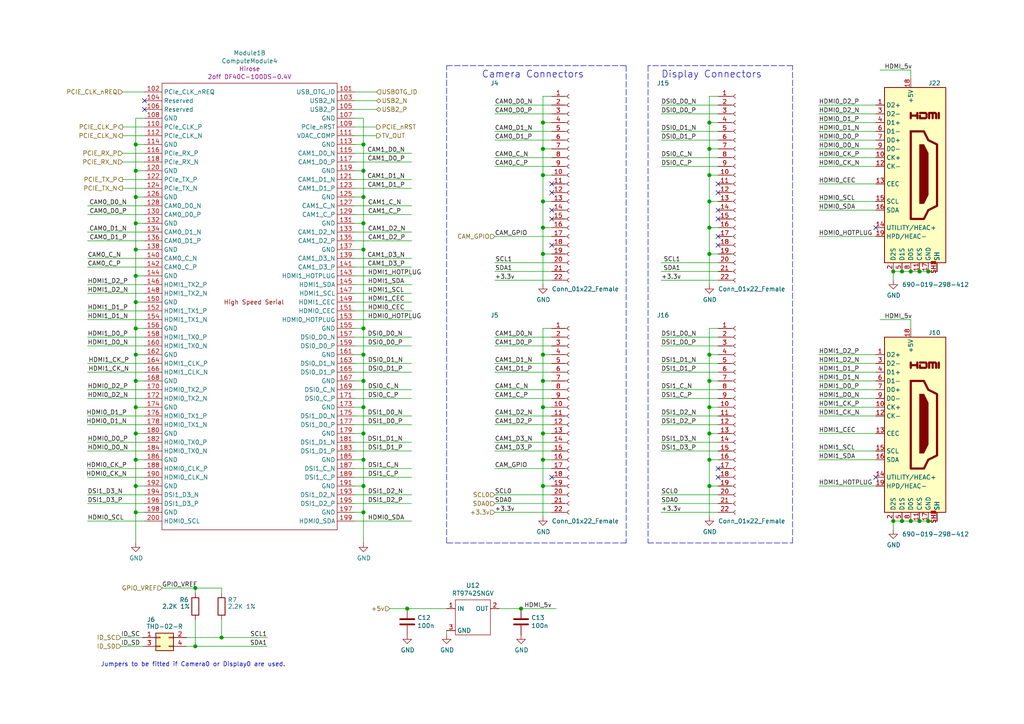
<source format=kicad_sch>
(kicad_sch (version 20200828) (generator eeschema)

  (page 4 7)

  (paper "A4")

  (title_block
    (title "Compute Module 4 IO Board - CM4 - Highspeed")
    (rev "1")
    (company "(c) Raspberry Pi Trading 2020")
    (comment 1 "www.raspberrypi.org")
  )

  (lib_symbols
    (symbol "CM4IO:ComputeModule4-CM4"
      (property "Reference" "Module" (id 0) (at 113.03 -68.58 0)
        (effects (font (size 1.27 1.27)))
      )
      (property "Value" "ComputeModule4-CM4" (id 1) (at 140.97 2.54 0)
        (effects (font (size 1.27 1.27)))
      )
      (property "Footprint" "CM4IO:Raspberry-Pi-4-Compute-Module" (id 2) (at 142.24 -26.67 0)
        (effects (font (size 1.27 1.27)) hide)
      )
      (property "Datasheet" "" (id 3) (at 142.24 -26.67 0)
        (effects (font (size 1.27 1.27)) hide)
      )
      (property "Field4" "Hirose" (id 4) (at 0 0 0)
        (effects (font (size 1.27 1.27)))
      )
      (property "Field5" "2x DF40C-100DS-0.4V" (id 5) (at 0 -2.54 0)
        (effects (font (size 1.27 1.27)))
      )
      (property "ki_locked" "" (id 6) (at 0 0 0)
        (effects (font (size 1.27 1.27)))
      )
      (symbol "ComputeModule4-CM4_1_0"
        (text "GPIO" (at 0 6.35 0)
          (effects (font (size 1.27 1.27)))
        )
      )
      (symbol "ComputeModule4-CM4_1_1"
        (text "600mA Max" (at -8.89 -53.34 0)
          (effects (font (size 1.27 1.27)))
        )
        (text "600mA Max" (at -8.89 -48.26 0)
          (effects (font (size 1.27 1.27)))
        )
        (text "NB SD signals are only available" (at -1.27 -27.94 0)
          (effects (font (size 1.27 1.27)))
        )
        (text "on modules without eMMC" (at -1.27 -30.48 0)
          (effects (font (size 1.27 1.27)))
        )
        (rectangle (start -30.48 -71.12) (end 25.4 58.42)
          (stroke (width 0)) (fill (type none))
        )
        (pin power_in line (at 27.94 55.88 180) (length 2.54)
          (name "GND" (effects (font (size 1.27 1.27))))
          (number "1" (effects (font (size 1.27 1.27))))
        )
        (pin passive line (at -33.02 45.72 0) (length 2.54)
          (name "Ethernet_Pair0_N" (effects (font (size 1.27 1.27))))
          (number "10" (effects (font (size 1.27 1.27))))
        )
        (pin output line (at -33.02 -68.58 0) (length 2.54)
          (name "nEXTRST" (effects (font (size 1.27 1.27))))
          (number "100" (effects (font (size 1.27 1.27))))
        )
        (pin passive line (at 27.94 43.18 180) (length 2.54)
          (name "Ethernet_Pair2_P" (effects (font (size 1.27 1.27))))
          (number "11" (effects (font (size 1.27 1.27))))
        )
        (pin passive line (at -33.02 43.18 0) (length 2.54)
          (name "Ethernet_Pair0_P" (effects (font (size 1.27 1.27))))
          (number "12" (effects (font (size 1.27 1.27))))
        )
        (pin power_in line (at 27.94 40.64 180) (length 2.54)
          (name "GND" (effects (font (size 1.27 1.27))))
          (number "13" (effects (font (size 1.27 1.27))))
        )
        (pin power_in line (at -33.02 40.64 0) (length 2.54)
          (name "GND" (effects (font (size 1.27 1.27))))
          (number "14" (effects (font (size 1.27 1.27))))
        )
        (pin output line (at 27.94 38.1 180) (length 2.54)
          (name "Ethernet_nLED3(3.3v)" (effects (font (size 1.27 1.27))))
          (number "15" (effects (font (size 1.27 1.27))))
        )
        (pin input line (at -33.02 38.1 0) (length 2.54)
          (name "Ethernet_SYNC_IN(1.8v)" (effects (font (size 1.27 1.27))))
          (number "16" (effects (font (size 1.27 1.27))))
        )
        (pin output line (at 27.94 35.56 180) (length 2.54)
          (name "Ethernet_nLED2(3.3v)" (effects (font (size 1.27 1.27))))
          (number "17" (effects (font (size 1.27 1.27))))
        )
        (pin input line (at -33.02 35.56 0) (length 2.54)
          (name "Ethernet_SYNC_OUT(1.8v)" (effects (font (size 1.27 1.27))))
          (number "18" (effects (font (size 1.27 1.27))))
        )
        (pin output line (at 27.94 33.02 180) (length 2.54)
          (name "Ethernet_nLED1(3.3v)" (effects (font (size 1.27 1.27))))
          (number "19" (effects (font (size 1.27 1.27))))
        )
        (pin power_in line (at -33.02 55.88 0) (length 2.54)
          (name "GND" (effects (font (size 1.27 1.27))))
          (number "2" (effects (font (size 1.27 1.27))))
        )
        (pin passive line (at -33.02 33.02 0) (length 2.54)
          (name "EEPROM_nWP" (effects (font (size 1.27 1.27))))
          (number "20" (effects (font (size 1.27 1.27))))
        )
        (pin open_collector line (at 27.94 30.48 180) (length 2.54)
          (name "PI_nLED_Activity" (effects (font (size 1.27 1.27))))
          (number "21" (effects (font (size 1.27 1.27))))
        )
        (pin power_in line (at -33.02 30.48 0) (length 2.54)
          (name "GND" (effects (font (size 1.27 1.27))))
          (number "22" (effects (font (size 1.27 1.27))))
        )
        (pin power_in line (at 27.94 27.94 180) (length 2.54)
          (name "GND" (effects (font (size 1.27 1.27))))
          (number "23" (effects (font (size 1.27 1.27))))
        )
        (pin passive line (at -33.02 27.94 0) (length 2.54)
          (name "GPIO26" (effects (font (size 1.27 1.27))))
          (number "24" (effects (font (size 1.27 1.27))))
        )
        (pin passive line (at 27.94 25.4 180) (length 2.54)
          (name "GPIO21" (effects (font (size 1.27 1.27))))
          (number "25" (effects (font (size 1.27 1.27))))
        )
        (pin passive line (at -33.02 25.4 0) (length 2.54)
          (name "GPIO19" (effects (font (size 1.27 1.27))))
          (number "26" (effects (font (size 1.27 1.27))))
        )
        (pin passive line (at 27.94 22.86 180) (length 2.54)
          (name "GPIO20" (effects (font (size 1.27 1.27))))
          (number "27" (effects (font (size 1.27 1.27))))
        )
        (pin passive line (at -33.02 22.86 0) (length 2.54)
          (name "GPIO13" (effects (font (size 1.27 1.27))))
          (number "28" (effects (font (size 1.27 1.27))))
        )
        (pin passive line (at 27.94 20.32 180) (length 2.54)
          (name "GPIO16" (effects (font (size 1.27 1.27))))
          (number "29" (effects (font (size 1.27 1.27))))
        )
        (pin passive line (at 27.94 53.34 180) (length 2.54)
          (name "Ethernet_Pair3_P" (effects (font (size 1.27 1.27))))
          (number "3" (effects (font (size 1.27 1.27))))
        )
        (pin passive line (at -33.02 20.32 0) (length 2.54)
          (name "GPIO6" (effects (font (size 1.27 1.27))))
          (number "30" (effects (font (size 1.27 1.27))))
        )
        (pin passive line (at 27.94 17.78 180) (length 2.54)
          (name "GPIO12" (effects (font (size 1.27 1.27))))
          (number "31" (effects (font (size 1.27 1.27))))
        )
        (pin power_in line (at -33.02 17.78 0) (length 2.54)
          (name "GND" (effects (font (size 1.27 1.27))))
          (number "32" (effects (font (size 1.27 1.27))))
        )
        (pin power_in line (at 27.94 15.24 180) (length 2.54)
          (name "GND" (effects (font (size 1.27 1.27))))
          (number "33" (effects (font (size 1.27 1.27))))
        )
        (pin passive line (at -33.02 15.24 0) (length 2.54)
          (name "GPIO5" (effects (font (size 1.27 1.27))))
          (number "34" (effects (font (size 1.27 1.27))))
        )
        (pin passive line (at 27.94 12.7 180) (length 2.54)
          (name "ID_SC" (effects (font (size 1.27 1.27))))
          (number "35" (effects (font (size 1.27 1.27))))
        )
        (pin passive line (at -33.02 12.7 0) (length 2.54)
          (name "ID_SD" (effects (font (size 1.27 1.27))))
          (number "36" (effects (font (size 1.27 1.27))))
        )
        (pin passive line (at 27.94 10.16 180) (length 2.54)
          (name "GPIO7" (effects (font (size 1.27 1.27))))
          (number "37" (effects (font (size 1.27 1.27))))
        )
        (pin passive line (at -33.02 10.16 0) (length 2.54)
          (name "GPIO11" (effects (font (size 1.27 1.27))))
          (number "38" (effects (font (size 1.27 1.27))))
        )
        (pin passive line (at 27.94 7.62 180) (length 2.54)
          (name "GPIO8" (effects (font (size 1.27 1.27))))
          (number "39" (effects (font (size 1.27 1.27))))
        )
        (pin passive line (at -33.02 53.34 0) (length 2.54)
          (name "Ethernet_Pair1_P" (effects (font (size 1.27 1.27))))
          (number "4" (effects (font (size 1.27 1.27))))
        )
        (pin passive line (at -33.02 7.62 0) (length 2.54)
          (name "GPIO9" (effects (font (size 1.27 1.27))))
          (number "40" (effects (font (size 1.27 1.27))))
        )
        (pin passive line (at 27.94 5.08 180) (length 2.54)
          (name "GPIO25" (effects (font (size 1.27 1.27))))
          (number "41" (effects (font (size 1.27 1.27))))
        )
        (pin power_in line (at -33.02 5.08 0) (length 2.54)
          (name "GND" (effects (font (size 1.27 1.27))))
          (number "42" (effects (font (size 1.27 1.27))))
        )
        (pin power_in line (at 27.94 2.54 180) (length 2.54)
          (name "GND" (effects (font (size 1.27 1.27))))
          (number "43" (effects (font (size 1.27 1.27))))
        )
        (pin passive line (at -33.02 2.54 0) (length 2.54)
          (name "GPIO10" (effects (font (size 1.27 1.27))))
          (number "44" (effects (font (size 1.27 1.27))))
        )
        (pin passive line (at 27.94 0 180) (length 2.54)
          (name "GPIO24" (effects (font (size 1.27 1.27))))
          (number "45" (effects (font (size 1.27 1.27))))
        )
        (pin passive line (at -33.02 0 0) (length 2.54)
          (name "GPIO22" (effects (font (size 1.27 1.27))))
          (number "46" (effects (font (size 1.27 1.27))))
        )
        (pin passive line (at 27.94 -2.54 180) (length 2.54)
          (name "GPIO23" (effects (font (size 1.27 1.27))))
          (number "47" (effects (font (size 1.27 1.27))))
        )
        (pin passive line (at -33.02 -2.54 0) (length 2.54)
          (name "GPIO27" (effects (font (size 1.27 1.27))))
          (number "48" (effects (font (size 1.27 1.27))))
        )
        (pin passive line (at 27.94 -5.08 180) (length 2.54)
          (name "GPIO18" (effects (font (size 1.27 1.27))))
          (number "49" (effects (font (size 1.27 1.27))))
        )
        (pin passive line (at 27.94 50.8 180) (length 2.54)
          (name "Ethernet_Pair3_N" (effects (font (size 1.27 1.27))))
          (number "5" (effects (font (size 1.27 1.27))))
        )
        (pin passive line (at -33.02 -5.08 0) (length 2.54)
          (name "GPIO17" (effects (font (size 1.27 1.27))))
          (number "50" (effects (font (size 1.27 1.27))))
        )
        (pin passive line (at 27.94 -7.62 180) (length 2.54)
          (name "GPIO15" (effects (font (size 1.27 1.27))))
          (number "51" (effects (font (size 1.27 1.27))))
        )
        (pin power_in line (at -33.02 -7.62 0) (length 2.54)
          (name "GND" (effects (font (size 1.27 1.27))))
          (number "52" (effects (font (size 1.27 1.27))))
        )
        (pin power_in line (at 27.94 -10.16 180) (length 2.54)
          (name "GND" (effects (font (size 1.27 1.27))))
          (number "53" (effects (font (size 1.27 1.27))))
        )
        (pin passive line (at -33.02 -10.16 0) (length 2.54)
          (name "GPIO4" (effects (font (size 1.27 1.27))))
          (number "54" (effects (font (size 1.27 1.27))))
        )
        (pin passive line (at 27.94 -12.7 180) (length 2.54)
          (name "GPIO14" (effects (font (size 1.27 1.27))))
          (number "55" (effects (font (size 1.27 1.27))))
        )
        (pin passive line (at -33.02 -12.7 0) (length 2.54)
          (name "GPIO3" (effects (font (size 1.27 1.27))))
          (number "56" (effects (font (size 1.27 1.27))))
        )
        (pin passive line (at 27.94 -15.24 180) (length 2.54)
          (name "SD_CLK" (effects (font (size 1.27 1.27))))
          (number "57" (effects (font (size 1.27 1.27))))
        )
        (pin passive line (at -33.02 -15.24 0) (length 2.54)
          (name "GPIO2" (effects (font (size 1.27 1.27))))
          (number "58" (effects (font (size 1.27 1.27))))
        )
        (pin power_in line (at 27.94 -17.78 180) (length 2.54)
          (name "GND" (effects (font (size 1.27 1.27))))
          (number "59" (effects (font (size 1.27 1.27))))
        )
        (pin passive line (at -33.02 50.8 0) (length 2.54)
          (name "Ethernet_Pair1_N" (effects (font (size 1.27 1.27))))
          (number "6" (effects (font (size 1.27 1.27))))
        )
        (pin power_in line (at -33.02 -17.78 0) (length 2.54)
          (name "GND" (effects (font (size 1.27 1.27))))
          (number "60" (effects (font (size 1.27 1.27))))
        )
        (pin passive line (at 27.94 -20.32 180) (length 2.54)
          (name "SD_DAT3" (effects (font (size 1.27 1.27))))
          (number "61" (effects (font (size 1.27 1.27))))
        )
        (pin passive line (at -33.02 -20.32 0) (length 2.54)
          (name "SD_CMD" (effects (font (size 1.27 1.27))))
          (number "62" (effects (font (size 1.27 1.27))))
        )
        (pin passive line (at 27.94 -22.86 180) (length 2.54)
          (name "SD_DAT0" (effects (font (size 1.27 1.27))))
          (number "63" (effects (font (size 1.27 1.27))))
        )
        (pin passive line (at -33.02 -22.86 0) (length 2.54)
          (name "SD_DAT5" (effects (font (size 1.27 1.27))))
          (number "64" (effects (font (size 1.27 1.27))))
        )
        (pin power_in line (at 27.94 -25.4 180) (length 2.54)
          (name "GND" (effects (font (size 1.27 1.27))))
          (number "65" (effects (font (size 1.27 1.27))))
        )
        (pin power_in line (at -33.02 -25.4 0) (length 2.54)
          (name "GND" (effects (font (size 1.27 1.27))))
          (number "66" (effects (font (size 1.27 1.27))))
        )
        (pin passive line (at 27.94 -27.94 180) (length 2.54)
          (name "SD_DAT1" (effects (font (size 1.27 1.27))))
          (number "67" (effects (font (size 1.27 1.27))))
        )
        (pin passive line (at -33.02 -27.94 0) (length 2.54)
          (name "SD_DAT4" (effects (font (size 1.27 1.27))))
          (number "68" (effects (font (size 1.27 1.27))))
        )
        (pin passive line (at 27.94 -30.48 180) (length 2.54)
          (name "SD_DAT2" (effects (font (size 1.27 1.27))))
          (number "69" (effects (font (size 1.27 1.27))))
        )
        (pin power_in line (at 27.94 48.26 180) (length 2.54)
          (name "GND" (effects (font (size 1.27 1.27))))
          (number "7" (effects (font (size 1.27 1.27))))
        )
        (pin passive line (at -33.02 -30.48 0) (length 2.54)
          (name "SD_DAT7" (effects (font (size 1.27 1.27))))
          (number "70" (effects (font (size 1.27 1.27))))
        )
        (pin power_in line (at 27.94 -33.02 180) (length 2.54)
          (name "GND" (effects (font (size 1.27 1.27))))
          (number "71" (effects (font (size 1.27 1.27))))
        )
        (pin passive line (at -33.02 -33.02 0) (length 2.54)
          (name "SD_DAT6" (effects (font (size 1.27 1.27))))
          (number "72" (effects (font (size 1.27 1.27))))
        )
        (pin input line (at 27.94 -35.56 180) (length 2.54)
          (name "SD_VDD_Override" (effects (font (size 1.27 1.27))))
          (number "73" (effects (font (size 1.27 1.27))))
        )
        (pin power_in line (at -33.02 -35.56 0) (length 2.54)
          (name "GND" (effects (font (size 1.27 1.27))))
          (number "74" (effects (font (size 1.27 1.27))))
        )
        (pin output line (at 27.94 -38.1 180) (length 2.54)
          (name "SD_PWR_ON" (effects (font (size 1.27 1.27))))
          (number "75" (effects (font (size 1.27 1.27))))
        )
        (pin passive line (at -33.02 -38.1 0) (length 2.54)
          (name "Reserved" (effects (font (size 1.27 1.27))))
          (number "76" (effects (font (size 1.27 1.27))))
        )
        (pin power_in line (at 27.94 -40.64 180) (length 2.54)
          (name "+5v_(Input)" (effects (font (size 1.27 1.27))))
          (number "77" (effects (font (size 1.27 1.27))))
        )
        (pin power_in line (at -33.02 -40.64 0) (length 2.54)
          (name "GPIO_VREF(1.8v/3.3v_Input)" (effects (font (size 1.27 1.27))))
          (number "78" (effects (font (size 1.27 1.27))))
        )
        (pin power_in line (at 27.94 -43.18 180) (length 2.54)
          (name "+5v_(Input)" (effects (font (size 1.27 1.27))))
          (number "79" (effects (font (size 1.27 1.27))))
        )
        (pin power_in line (at -33.02 48.26 0) (length 2.54)
          (name "GND" (effects (font (size 1.27 1.27))))
          (number "8" (effects (font (size 1.27 1.27))))
        )
        (pin passive line (at -33.02 -43.18 0) (length 2.54)
          (name "SCL0" (effects (font (size 1.27 1.27))))
          (number "80" (effects (font (size 1.27 1.27))))
        )
        (pin power_in line (at 27.94 -45.72 180) (length 2.54)
          (name "+5v_(Input)" (effects (font (size 1.27 1.27))))
          (number "81" (effects (font (size 1.27 1.27))))
        )
        (pin passive line (at -33.02 -45.72 0) (length 2.54)
          (name "SDA0" (effects (font (size 1.27 1.27))))
          (number "82" (effects (font (size 1.27 1.27))))
        )
        (pin power_in line (at 27.94 -48.26 180) (length 2.54)
          (name "+5v_(Input)" (effects (font (size 1.27 1.27))))
          (number "83" (effects (font (size 1.27 1.27))))
        )
        (pin power_out line (at -33.02 -48.26 0) (length 2.54)
          (name "+3.3v_(Output)" (effects (font (size 1.27 1.27))))
          (number "84" (effects (font (size 1.27 1.27))))
        )
        (pin power_in line (at 27.94 -50.8 180) (length 2.54)
          (name "+5v_(Input)" (effects (font (size 1.27 1.27))))
          (number "85" (effects (font (size 1.27 1.27))))
        )
        (pin power_out line (at -33.02 -50.8 0) (length 2.54)
          (name "+3.3v_(Output)" (effects (font (size 1.27 1.27))))
          (number "86" (effects (font (size 1.27 1.27))))
        )
        (pin power_in line (at 27.94 -53.34 180) (length 2.54)
          (name "+5v_(Input)" (effects (font (size 1.27 1.27))))
          (number "87" (effects (font (size 1.27 1.27))))
        )
        (pin power_out line (at -33.02 -53.34 0) (length 2.54)
          (name "+1.8v_(Output)" (effects (font (size 1.27 1.27))))
          (number "88" (effects (font (size 1.27 1.27))))
        )
        (pin power_in line (at 27.94 -55.88 180) (length 2.54)
          (name "WiFi_nDisable" (effects (font (size 1.27 1.27))))
          (number "89" (effects (font (size 1.27 1.27))))
        )
        (pin passive line (at 27.94 45.72 180) (length 2.54)
          (name "Ethernet_Pair2_N" (effects (font (size 1.27 1.27))))
          (number "9" (effects (font (size 1.27 1.27))))
        )
        (pin power_out line (at -33.02 -55.88 0) (length 2.54)
          (name "+1.8v_(Output)" (effects (font (size 1.27 1.27))))
          (number "90" (effects (font (size 1.27 1.27))))
        )
        (pin power_in line (at 27.94 -58.42 180) (length 2.54)
          (name "BT_nDisable" (effects (font (size 1.27 1.27))))
          (number "91" (effects (font (size 1.27 1.27))))
        )
        (pin passive line (at -33.02 -58.42 0) (length 2.54)
          (name "RUN_PG" (effects (font (size 1.27 1.27))))
          (number "92" (effects (font (size 1.27 1.27))))
        )
        (pin input line (at 27.94 -60.96 180) (length 2.54)
          (name "nRPIBOOT" (effects (font (size 1.27 1.27))))
          (number "93" (effects (font (size 1.27 1.27))))
        )
        (pin passive line (at -33.02 -60.96 0) (length 2.54)
          (name "AnalogIP0" (effects (font (size 1.27 1.27))))
          (number "94" (effects (font (size 1.27 1.27))))
        )
        (pin output line (at 27.94 -63.5 180) (length 2.54)
          (name "nPI_LED_PWR" (effects (font (size 1.27 1.27))))
          (number "95" (effects (font (size 1.27 1.27))))
        )
        (pin passive line (at -33.02 -63.5 0) (length 2.54)
          (name "AnalogIP1" (effects (font (size 1.27 1.27))))
          (number "96" (effects (font (size 1.27 1.27))))
        )
        (pin passive line (at 27.94 -66.04 180) (length 2.54)
          (name "Camera_GPIO" (effects (font (size 1.27 1.27))))
          (number "97" (effects (font (size 1.27 1.27))))
        )
        (pin power_in line (at -33.02 -66.04 0) (length 2.54)
          (name "GND" (effects (font (size 1.27 1.27))))
          (number "98" (effects (font (size 1.27 1.27))))
        )
        (pin input line (at 27.94 -68.58 180) (length 2.54)
          (name "Global_EN" (effects (font (size 1.27 1.27))))
          (number "99" (effects (font (size 1.27 1.27))))
        )
      )
      (symbol "ComputeModule4-CM4_2_1"
        (text "High Speed Serial" (at 140.97 0 0)
          (effects (font (size 1.27 1.27)))
        )
        (rectangle (start 114.3 -66.04) (end 165.1 63.5)
          (stroke (width 0)) (fill (type none))
        )
        (pin input line (at 170.18 60.96 180) (length 5.08)
          (name "USB_OTG_ID" (effects (font (size 1.27 1.27))))
          (number "101" (effects (font (size 1.27 1.27))))
        )
        (pin input line (at 109.22 60.96 0) (length 5.08)
          (name "PCIe_CLK_nREQ" (effects (font (size 1.27 1.27))))
          (number "102" (effects (font (size 1.27 1.27))))
        )
        (pin passive line (at 170.18 58.42 180) (length 5.08)
          (name "USB2_N" (effects (font (size 1.27 1.27))))
          (number "103" (effects (font (size 1.27 1.27))))
        )
        (pin passive line (at 109.22 58.42 0) (length 5.08)
          (name "Reserved" (effects (font (size 1.27 1.27))))
          (number "104" (effects (font (size 1.27 1.27))))
        )
        (pin passive line (at 170.18 55.88 180) (length 5.08)
          (name "USB2_P" (effects (font (size 1.27 1.27))))
          (number "105" (effects (font (size 1.27 1.27))))
        )
        (pin passive line (at 109.22 55.88 0) (length 5.08)
          (name "Reserved" (effects (font (size 1.27 1.27))))
          (number "106" (effects (font (size 1.27 1.27))))
        )
        (pin power_in line (at 170.18 53.34 180) (length 5.08)
          (name "GND" (effects (font (size 1.27 1.27))))
          (number "107" (effects (font (size 1.27 1.27))))
        )
        (pin power_in line (at 109.22 53.34 0) (length 5.08)
          (name "GND" (effects (font (size 1.27 1.27))))
          (number "108" (effects (font (size 1.27 1.27))))
        )
        (pin bidirectional line (at 170.18 50.8 180) (length 5.08)
          (name "PCIe_nRST" (effects (font (size 1.27 1.27))))
          (number "109" (effects (font (size 1.27 1.27))))
        )
        (pin output line (at 109.22 50.8 0) (length 5.08)
          (name "PCIe_CLK_P" (effects (font (size 1.27 1.27))))
          (number "110" (effects (font (size 1.27 1.27))))
        )
        (pin passive line (at 170.18 48.26 180) (length 5.08)
          (name "VDAC_COMP" (effects (font (size 1.27 1.27))))
          (number "111" (effects (font (size 1.27 1.27))))
        )
        (pin output line (at 109.22 48.26 0) (length 5.08)
          (name "PCIe_CLK_N" (effects (font (size 1.27 1.27))))
          (number "112" (effects (font (size 1.27 1.27))))
        )
        (pin power_in line (at 170.18 45.72 180) (length 5.08)
          (name "GND" (effects (font (size 1.27 1.27))))
          (number "113" (effects (font (size 1.27 1.27))))
        )
        (pin power_in line (at 109.22 45.72 0) (length 5.08)
          (name "GND" (effects (font (size 1.27 1.27))))
          (number "114" (effects (font (size 1.27 1.27))))
        )
        (pin input line (at 170.18 43.18 180) (length 5.08)
          (name "CAM1_D0_N" (effects (font (size 1.27 1.27))))
          (number "115" (effects (font (size 1.27 1.27))))
        )
        (pin input line (at 109.22 43.18 0) (length 5.08)
          (name "PCIe_RX_P" (effects (font (size 1.27 1.27))))
          (number "116" (effects (font (size 1.27 1.27))))
        )
        (pin input line (at 170.18 40.64 180) (length 5.08)
          (name "CAM1_D0_P" (effects (font (size 1.27 1.27))))
          (number "117" (effects (font (size 1.27 1.27))))
        )
        (pin input line (at 109.22 40.64 0) (length 5.08)
          (name "PCIe_RX_N" (effects (font (size 1.27 1.27))))
          (number "118" (effects (font (size 1.27 1.27))))
        )
        (pin power_in line (at 170.18 38.1 180) (length 5.08)
          (name "GND" (effects (font (size 1.27 1.27))))
          (number "119" (effects (font (size 1.27 1.27))))
        )
        (pin power_in line (at 109.22 38.1 0) (length 5.08)
          (name "GND" (effects (font (size 1.27 1.27))))
          (number "120" (effects (font (size 1.27 1.27))))
        )
        (pin input line (at 170.18 35.56 180) (length 5.08)
          (name "CAM1_D1_N" (effects (font (size 1.27 1.27))))
          (number "121" (effects (font (size 1.27 1.27))))
        )
        (pin output line (at 109.22 35.56 0) (length 5.08)
          (name "PCIe_TX_P" (effects (font (size 1.27 1.27))))
          (number "122" (effects (font (size 1.27 1.27))))
        )
        (pin input line (at 170.18 33.02 180) (length 5.08)
          (name "CAM1_D1_P" (effects (font (size 1.27 1.27))))
          (number "123" (effects (font (size 1.27 1.27))))
        )
        (pin output line (at 109.22 33.02 0) (length 5.08)
          (name "PCIe_TX_N" (effects (font (size 1.27 1.27))))
          (number "124" (effects (font (size 1.27 1.27))))
        )
        (pin power_in line (at 170.18 30.48 180) (length 5.08)
          (name "GND" (effects (font (size 1.27 1.27))))
          (number "125" (effects (font (size 1.27 1.27))))
        )
        (pin power_in line (at 109.22 30.48 0) (length 5.08)
          (name "GND" (effects (font (size 1.27 1.27))))
          (number "126" (effects (font (size 1.27 1.27))))
        )
        (pin input line (at 170.18 27.94 180) (length 5.08)
          (name "CAM1_C_N" (effects (font (size 1.27 1.27))))
          (number "127" (effects (font (size 1.27 1.27))))
        )
        (pin input line (at 109.22 27.94 0) (length 5.08)
          (name "CAM0_D0_N" (effects (font (size 1.27 1.27))))
          (number "128" (effects (font (size 1.27 1.27))))
        )
        (pin input line (at 170.18 25.4 180) (length 5.08)
          (name "CAM1_C_P" (effects (font (size 1.27 1.27))))
          (number "129" (effects (font (size 1.27 1.27))))
        )
        (pin input line (at 109.22 25.4 0) (length 5.08)
          (name "CAM0_D0_P" (effects (font (size 1.27 1.27))))
          (number "130" (effects (font (size 1.27 1.27))))
        )
        (pin power_in line (at 170.18 22.86 180) (length 5.08)
          (name "GND" (effects (font (size 1.27 1.27))))
          (number "131" (effects (font (size 1.27 1.27))))
        )
        (pin power_in line (at 109.22 22.86 0) (length 5.08)
          (name "GND" (effects (font (size 1.27 1.27))))
          (number "132" (effects (font (size 1.27 1.27))))
        )
        (pin input line (at 170.18 20.32 180) (length 5.08)
          (name "CAM1_D2_N" (effects (font (size 1.27 1.27))))
          (number "133" (effects (font (size 1.27 1.27))))
        )
        (pin input line (at 109.22 20.32 0) (length 5.08)
          (name "CAM0_D1_N" (effects (font (size 1.27 1.27))))
          (number "134" (effects (font (size 1.27 1.27))))
        )
        (pin input line (at 170.18 17.78 180) (length 5.08)
          (name "CAM1_D2_P" (effects (font (size 1.27 1.27))))
          (number "135" (effects (font (size 1.27 1.27))))
        )
        (pin input line (at 109.22 17.78 0) (length 5.08)
          (name "CAM0_D1_P" (effects (font (size 1.27 1.27))))
          (number "136" (effects (font (size 1.27 1.27))))
        )
        (pin power_in line (at 170.18 15.24 180) (length 5.08)
          (name "GND" (effects (font (size 1.27 1.27))))
          (number "137" (effects (font (size 1.27 1.27))))
        )
        (pin power_in line (at 109.22 15.24 0) (length 5.08)
          (name "GND" (effects (font (size 1.27 1.27))))
          (number "138" (effects (font (size 1.27 1.27))))
        )
        (pin input line (at 170.18 12.7 180) (length 5.08)
          (name "CAM1_D3_N" (effects (font (size 1.27 1.27))))
          (number "139" (effects (font (size 1.27 1.27))))
        )
        (pin input line (at 109.22 12.7 0) (length 5.08)
          (name "CAM0_C_N" (effects (font (size 1.27 1.27))))
          (number "140" (effects (font (size 1.27 1.27))))
        )
        (pin input line (at 170.18 10.16 180) (length 5.08)
          (name "CAM1_D3_P" (effects (font (size 1.27 1.27))))
          (number "141" (effects (font (size 1.27 1.27))))
        )
        (pin input line (at 109.22 10.16 0) (length 5.08)
          (name "CAM0_C_P" (effects (font (size 1.27 1.27))))
          (number "142" (effects (font (size 1.27 1.27))))
        )
        (pin input line (at 170.18 7.62 180) (length 5.08)
          (name "HDMI1_HOTPLUG" (effects (font (size 1.27 1.27))))
          (number "143" (effects (font (size 1.27 1.27))))
        )
        (pin power_in line (at 109.22 7.62 0) (length 5.08)
          (name "GND" (effects (font (size 1.27 1.27))))
          (number "144" (effects (font (size 1.27 1.27))))
        )
        (pin bidirectional line (at 170.18 5.08 180) (length 5.08)
          (name "HDMI1_SDA" (effects (font (size 1.27 1.27))))
          (number "145" (effects (font (size 1.27 1.27))))
        )
        (pin output line (at 109.22 5.08 0) (length 5.08)
          (name "HDMI1_TX2_P" (effects (font (size 1.27 1.27))))
          (number "146" (effects (font (size 1.27 1.27))))
        )
        (pin open_collector line (at 170.18 2.54 180) (length 5.08)
          (name "HDMI1_SCL" (effects (font (size 1.27 1.27))))
          (number "147" (effects (font (size 1.27 1.27))))
        )
        (pin output line (at 109.22 2.54 0) (length 5.08)
          (name "HDMI1_TX2_N" (effects (font (size 1.27 1.27))))
          (number "148" (effects (font (size 1.27 1.27))))
        )
        (pin open_collector line (at 170.18 0 180) (length 5.08)
          (name "HDMI1_CEC" (effects (font (size 1.27 1.27))))
          (number "149" (effects (font (size 1.27 1.27))))
        )
        (pin power_in line (at 109.22 0 0) (length 5.08)
          (name "GND" (effects (font (size 1.27 1.27))))
          (number "150" (effects (font (size 1.27 1.27))))
        )
        (pin open_collector line (at 170.18 -2.54 180) (length 5.08)
          (name "HDMI0_CEC" (effects (font (size 1.27 1.27))))
          (number "151" (effects (font (size 1.27 1.27))))
        )
        (pin output line (at 109.22 -2.54 0) (length 5.08)
          (name "HDMI1_TX1_P" (effects (font (size 1.27 1.27))))
          (number "152" (effects (font (size 1.27 1.27))))
        )
        (pin input line (at 170.18 -5.08 180) (length 5.08)
          (name "HDMI0_HOTPLUG" (effects (font (size 1.27 1.27))))
          (number "153" (effects (font (size 1.27 1.27))))
        )
        (pin output line (at 109.22 -5.08 0) (length 5.08)
          (name "HDMI1_TX1_N" (effects (font (size 1.27 1.27))))
          (number "154" (effects (font (size 1.27 1.27))))
        )
        (pin power_in line (at 170.18 -7.62 180) (length 5.08)
          (name "GND" (effects (font (size 1.27 1.27))))
          (number "155" (effects (font (size 1.27 1.27))))
        )
        (pin power_in line (at 109.22 -7.62 0) (length 5.08)
          (name "GND" (effects (font (size 1.27 1.27))))
          (number "156" (effects (font (size 1.27 1.27))))
        )
        (pin output line (at 170.18 -10.16 180) (length 5.08)
          (name "DSI0_D0_N" (effects (font (size 1.27 1.27))))
          (number "157" (effects (font (size 1.27 1.27))))
        )
        (pin output line (at 109.22 -10.16 0) (length 5.08)
          (name "HDMI1_TX0_P" (effects (font (size 1.27 1.27))))
          (number "158" (effects (font (size 1.27 1.27))))
        )
        (pin output line (at 170.18 -12.7 180) (length 5.08)
          (name "DSI0_D0_P" (effects (font (size 1.27 1.27))))
          (number "159" (effects (font (size 1.27 1.27))))
        )
        (pin output line (at 109.22 -12.7 0) (length 5.08)
          (name "HDMI1_TX0_N" (effects (font (size 1.27 1.27))))
          (number "160" (effects (font (size 1.27 1.27))))
        )
        (pin power_in line (at 170.18 -15.24 180) (length 5.08)
          (name "GND" (effects (font (size 1.27 1.27))))
          (number "161" (effects (font (size 1.27 1.27))))
        )
        (pin power_in line (at 109.22 -15.24 0) (length 5.08)
          (name "GND" (effects (font (size 1.27 1.27))))
          (number "162" (effects (font (size 1.27 1.27))))
        )
        (pin output line (at 170.18 -17.78 180) (length 5.08)
          (name "DSI0_D1_N" (effects (font (size 1.27 1.27))))
          (number "163" (effects (font (size 1.27 1.27))))
        )
        (pin output line (at 109.22 -17.78 0) (length 5.08)
          (name "HDMI1_CLK_P" (effects (font (size 1.27 1.27))))
          (number "164" (effects (font (size 1.27 1.27))))
        )
        (pin output line (at 170.18 -20.32 180) (length 5.08)
          (name "DSI0_D1_P" (effects (font (size 1.27 1.27))))
          (number "165" (effects (font (size 1.27 1.27))))
        )
        (pin output line (at 109.22 -20.32 0) (length 5.08)
          (name "HDMI1_CLK_N" (effects (font (size 1.27 1.27))))
          (number "166" (effects (font (size 1.27 1.27))))
        )
        (pin power_in line (at 170.18 -22.86 180) (length 5.08)
          (name "GND" (effects (font (size 1.27 1.27))))
          (number "167" (effects (font (size 1.27 1.27))))
        )
        (pin power_in line (at 109.22 -22.86 0) (length 5.08)
          (name "GND" (effects (font (size 1.27 1.27))))
          (number "168" (effects (font (size 1.27 1.27))))
        )
        (pin output line (at 170.18 -25.4 180) (length 5.08)
          (name "DSI0_C_N" (effects (font (size 1.27 1.27))))
          (number "169" (effects (font (size 1.27 1.27))))
        )
        (pin output line (at 109.22 -25.4 0) (length 5.08)
          (name "HDMI0_TX2_P" (effects (font (size 1.27 1.27))))
          (number "170" (effects (font (size 1.27 1.27))))
        )
        (pin output line (at 170.18 -27.94 180) (length 5.08)
          (name "DSI0_C_P" (effects (font (size 1.27 1.27))))
          (number "171" (effects (font (size 1.27 1.27))))
        )
        (pin output line (at 109.22 -27.94 0) (length 5.08)
          (name "HDMI0_TX2_N" (effects (font (size 1.27 1.27))))
          (number "172" (effects (font (size 1.27 1.27))))
        )
        (pin power_in line (at 170.18 -30.48 180) (length 5.08)
          (name "GND" (effects (font (size 1.27 1.27))))
          (number "173" (effects (font (size 1.27 1.27))))
        )
        (pin power_in line (at 109.22 -30.48 0) (length 5.08)
          (name "GND" (effects (font (size 1.27 1.27))))
          (number "174" (effects (font (size 1.27 1.27))))
        )
        (pin output line (at 170.18 -33.02 180) (length 5.08)
          (name "DSI1_D0_N" (effects (font (size 1.27 1.27))))
          (number "175" (effects (font (size 1.27 1.27))))
        )
        (pin output line (at 109.22 -33.02 0) (length 5.08)
          (name "HDMI0_TX1_P" (effects (font (size 1.27 1.27))))
          (number "176" (effects (font (size 1.27 1.27))))
        )
        (pin output line (at 170.18 -35.56 180) (length 5.08)
          (name "DSI1_D0_P" (effects (font (size 1.27 1.27))))
          (number "177" (effects (font (size 1.27 1.27))))
        )
        (pin output line (at 109.22 -35.56 0) (length 5.08)
          (name "HDMI0_TX1_N" (effects (font (size 1.27 1.27))))
          (number "178" (effects (font (size 1.27 1.27))))
        )
        (pin power_in line (at 170.18 -38.1 180) (length 5.08)
          (name "GND" (effects (font (size 1.27 1.27))))
          (number "179" (effects (font (size 1.27 1.27))))
        )
        (pin power_in line (at 109.22 -38.1 0) (length 5.08)
          (name "GND" (effects (font (size 1.27 1.27))))
          (number "180" (effects (font (size 1.27 1.27))))
        )
        (pin output line (at 170.18 -40.64 180) (length 5.08)
          (name "DSI1_D1_N" (effects (font (size 1.27 1.27))))
          (number "181" (effects (font (size 1.27 1.27))))
        )
        (pin output line (at 109.22 -40.64 0) (length 5.08)
          (name "HDMI0_TX0_P" (effects (font (size 1.27 1.27))))
          (number "182" (effects (font (size 1.27 1.27))))
        )
        (pin output line (at 170.18 -43.18 180) (length 5.08)
          (name "DSI1_D1_P" (effects (font (size 1.27 1.27))))
          (number "183" (effects (font (size 1.27 1.27))))
        )
        (pin output line (at 109.22 -43.18 0) (length 5.08)
          (name "HDMI0_TX0_N" (effects (font (size 1.27 1.27))))
          (number "184" (effects (font (size 1.27 1.27))))
        )
        (pin power_in line (at 170.18 -45.72 180) (length 5.08)
          (name "GND" (effects (font (size 1.27 1.27))))
          (number "185" (effects (font (size 1.27 1.27))))
        )
        (pin power_in line (at 109.22 -45.72 0) (length 5.08)
          (name "GND" (effects (font (size 1.27 1.27))))
          (number "186" (effects (font (size 1.27 1.27))))
        )
        (pin output line (at 170.18 -48.26 180) (length 5.08)
          (name "DSI1_C_N" (effects (font (size 1.27 1.27))))
          (number "187" (effects (font (size 1.27 1.27))))
        )
        (pin output line (at 109.22 -48.26 0) (length 5.08)
          (name "HDMI0_CLK_P" (effects (font (size 1.27 1.27))))
          (number "188" (effects (font (size 1.27 1.27))))
        )
        (pin output line (at 170.18 -50.8 180) (length 5.08)
          (name "DSI1_C_P" (effects (font (size 1.27 1.27))))
          (number "189" (effects (font (size 1.27 1.27))))
        )
        (pin output line (at 109.22 -50.8 0) (length 5.08)
          (name "HDMI0_CLK_N" (effects (font (size 1.27 1.27))))
          (number "190" (effects (font (size 1.27 1.27))))
        )
        (pin power_in line (at 170.18 -53.34 180) (length 5.08)
          (name "GND" (effects (font (size 1.27 1.27))))
          (number "191" (effects (font (size 1.27 1.27))))
        )
        (pin power_in line (at 109.22 -53.34 0) (length 5.08)
          (name "GND" (effects (font (size 1.27 1.27))))
          (number "192" (effects (font (size 1.27 1.27))))
        )
        (pin output line (at 170.18 -55.88 180) (length 5.08)
          (name "DSI1_D2_N" (effects (font (size 1.27 1.27))))
          (number "193" (effects (font (size 1.27 1.27))))
        )
        (pin output line (at 109.22 -55.88 0) (length 5.08)
          (name "DSI1_D3_N" (effects (font (size 1.27 1.27))))
          (number "194" (effects (font (size 1.27 1.27))))
        )
        (pin output line (at 170.18 -58.42 180) (length 5.08)
          (name "DSI1_D2_P" (effects (font (size 1.27 1.27))))
          (number "195" (effects (font (size 1.27 1.27))))
        )
        (pin output line (at 109.22 -58.42 0) (length 5.08)
          (name "DSI1_D3_P" (effects (font (size 1.27 1.27))))
          (number "196" (effects (font (size 1.27 1.27))))
        )
        (pin power_in line (at 170.18 -60.96 180) (length 5.08)
          (name "GND" (effects (font (size 1.27 1.27))))
          (number "197" (effects (font (size 1.27 1.27))))
        )
        (pin power_in line (at 109.22 -60.96 0) (length 5.08)
          (name "GND" (effects (font (size 1.27 1.27))))
          (number "198" (effects (font (size 1.27 1.27))))
        )
        (pin bidirectional line (at 170.18 -63.5 180) (length 5.08)
          (name "HDMI0_SDA" (effects (font (size 1.27 1.27))))
          (number "199" (effects (font (size 1.27 1.27))))
        )
        (pin open_collector line (at 109.22 -63.5 0) (length 5.08)
          (name "HDMI0_SCL" (effects (font (size 1.27 1.27))))
          (number "200" (effects (font (size 1.27 1.27))))
        )
      )
    )
    (symbol "CM4IO:HDMI_A_1.4"
      (property "Reference" "J" (id 0) (at -6.35 26.67 0)
        (effects (font (size 1.27 1.27)))
      )
      (property "Value" "HDMI_A_1.4" (id 1) (at 10.16 26.67 0)
        (effects (font (size 1.27 1.27)))
      )
      (property "Footprint" "" (id 2) (at 0.635 0 0)
        (effects (font (size 1.27 1.27)) hide)
      )
      (property "Datasheet" "https://en.wikipedia.org/wiki/HDMI" (id 3) (at 0.635 0 0)
        (effects (font (size 1.27 1.27)) hide)
      )
      (property "ki_keywords" "hdmi conn" (id 4) (at 0 0 0)
        (effects (font (size 1.27 1.27)) hide)
      )
      (property "ki_description" "HDMI 1.4+ type A connector" (id 5) (at 0 0 0)
        (effects (font (size 1.27 1.27)) hide)
      )
      (property "ki_fp_filters" "HDMI*A*" (id 6) (at 0 0 0)
        (effects (font (size 1.27 1.27)) hide)
      )
      (symbol "HDMI_A_1.4_0_1"
        (rectangle (start -7.62 25.4) (end 10.16 -25.4)
          (stroke (width 0.254)) (fill (type background))
        )
        (polyline
          (pts
            (xy 2.54 8.89)
            (xy 3.81 8.89)
            (xy 5.08 6.35)
            (xy 5.08 -5.715)
            (xy 3.81 -8.255)
            (xy 2.54 -8.255)
            (xy 2.54 8.89)
          )
          (stroke (width 0)) (fill (type outline))
        )
        (polyline
          (pts
            (xy 5.334 16.51)
            (xy 5.334 18.034)
            (xy 6.35 18.034)
            (xy 6.35 16.51)
            (xy 6.35 18.034)
            (xy 7.112 18.034)
            (xy 7.366 17.78)
            (xy 7.366 16.51)
          )
          (stroke (width 0.635)) (fill (type none))
        )
        (polyline
          (pts
            (xy 0 12.7)
            (xy 0 -12.7)
            (xy 3.81 -12.7)
            (xy 5.08 -10.16)
            (xy 7.62 -8.89)
            (xy 7.62 8.89)
            (xy 5.08 10.16)
            (xy 3.81 12.7)
            (xy 0 12.7)
          )
          (stroke (width 0.635)) (fill (type none))
        )
      )
      (symbol "HDMI_A_1.4_0_0"
        (polyline
          (pts
            (xy 8.128 16.51)
            (xy 8.128 18.034)
          )
          (stroke (width 0.635)) (fill (type none))
        )
        (polyline
          (pts
            (xy 0 16.51)
            (xy 0 18.034)
            (xy 0 17.272)
            (xy 1.905 17.272)
            (xy 1.905 18.034)
            (xy 1.905 16.51)
          )
          (stroke (width 0.635)) (fill (type none))
        )
        (polyline
          (pts
            (xy 2.667 18.034)
            (xy 4.318 18.034)
            (xy 4.572 17.78)
            (xy 4.572 16.764)
            (xy 4.318 16.51)
            (xy 2.667 16.51)
            (xy 2.667 17.272)
          )
          (stroke (width 0.635)) (fill (type none))
        )
        (pin passive line (at 7.62 -27.94 90) (length 2.54)
          (name "SH" (effects (font (size 1.27 1.27))))
          (number "SH2" (effects (font (size 1.27 1.27))))
        )
        (pin passive line (at 7.62 -27.94 90) (length 2.54)
          (name "SH" (effects (font (size 1.27 1.27))))
          (number "SH3" (effects (font (size 1.27 1.27))))
        )
        (pin passive line (at 7.62 -27.94 90) (length 2.54)
          (name "SH" (effects (font (size 1.27 1.27))))
          (number "SH4" (effects (font (size 1.27 1.27))))
        )
      )
      (symbol "HDMI_A_1.4_1_1"
        (pin passive line (at -10.16 20.32 0) (length 2.54)
          (name "D2+" (effects (font (size 1.27 1.27))))
          (number "1" (effects (font (size 1.27 1.27))))
        )
        (pin passive line (at -10.16 5.08 0) (length 2.54)
          (name "CK+" (effects (font (size 1.27 1.27))))
          (number "10" (effects (font (size 1.27 1.27))))
        )
        (pin power_in line (at 2.54 -27.94 90) (length 2.54)
          (name "CKS" (effects (font (size 1.27 1.27))))
          (number "11" (effects (font (size 1.27 1.27))))
        )
        (pin passive line (at -10.16 2.54 0) (length 2.54)
          (name "CK-" (effects (font (size 1.27 1.27))))
          (number "12" (effects (font (size 1.27 1.27))))
        )
        (pin bidirectional line (at -10.16 -2.54 0) (length 2.54)
          (name "CEC" (effects (font (size 1.27 1.27))))
          (number "13" (effects (font (size 1.27 1.27))))
        )
        (pin passive line (at -10.16 -15.24 0) (length 2.54)
          (name "UTILITY/HEAC+" (effects (font (size 1.27 1.27))))
          (number "14" (effects (font (size 1.27 1.27))))
        )
        (pin passive line (at -10.16 -7.62 0) (length 2.54)
          (name "SCL" (effects (font (size 1.27 1.27))))
          (number "15" (effects (font (size 1.27 1.27))))
        )
        (pin bidirectional line (at -10.16 -10.16 0) (length 2.54)
          (name "SDA" (effects (font (size 1.27 1.27))))
          (number "16" (effects (font (size 1.27 1.27))))
        )
        (pin power_in line (at 5.08 -27.94 90) (length 2.54)
          (name "GND" (effects (font (size 1.27 1.27))))
          (number "17" (effects (font (size 1.27 1.27))))
        )
        (pin power_in line (at 0 27.94 270) (length 2.54)
          (name "+5V" (effects (font (size 1.27 1.27))))
          (number "18" (effects (font (size 1.27 1.27))))
        )
        (pin passive line (at -10.16 -17.78 0) (length 2.54)
          (name "HPD/HEAC-" (effects (font (size 1.27 1.27))))
          (number "19" (effects (font (size 1.27 1.27))))
        )
        (pin power_in line (at -5.08 -27.94 90) (length 2.54)
          (name "D2S" (effects (font (size 1.27 1.27))))
          (number "2" (effects (font (size 1.27 1.27))))
        )
        (pin passive line (at -10.16 17.78 0) (length 2.54)
          (name "D2-" (effects (font (size 1.27 1.27))))
          (number "3" (effects (font (size 1.27 1.27))))
        )
        (pin passive line (at -10.16 15.24 0) (length 2.54)
          (name "D1+" (effects (font (size 1.27 1.27))))
          (number "4" (effects (font (size 1.27 1.27))))
        )
        (pin power_in line (at -2.54 -27.94 90) (length 2.54)
          (name "D1S" (effects (font (size 1.27 1.27))))
          (number "5" (effects (font (size 1.27 1.27))))
        )
        (pin passive line (at -10.16 12.7 0) (length 2.54)
          (name "D1-" (effects (font (size 1.27 1.27))))
          (number "6" (effects (font (size 1.27 1.27))))
        )
        (pin passive line (at -10.16 10.16 0) (length 2.54)
          (name "D0+" (effects (font (size 1.27 1.27))))
          (number "7" (effects (font (size 1.27 1.27))))
        )
        (pin power_in line (at 0 -27.94 90) (length 2.54)
          (name "D0S" (effects (font (size 1.27 1.27))))
          (number "8" (effects (font (size 1.27 1.27))))
        )
        (pin passive line (at -10.16 7.62 0) (length 2.54)
          (name "D0-" (effects (font (size 1.27 1.27))))
          (number "9" (effects (font (size 1.27 1.27))))
        )
        (pin passive line (at 7.62 -27.94 90) (length 2.54)
          (name "SH" (effects (font (size 1.27 1.27))))
          (number "SH1" (effects (font (size 1.27 1.27))))
        )
      )
    )
    (symbol "CM4IO:RT9742SNGV"
      (property "Reference" "U" (id 0) (at -2.54 7.62 0)
        (effects (font (size 1.27 1.27)))
      )
      (property "Value" "RT9742SNGV" (id 1) (at 3.81 -5.08 0)
        (effects (font (size 1.27 1.27)))
      )
      (property "Footprint" "" (id 2) (at 0 0 0)
        (effects (font (size 1.27 1.27)) hide)
      )
      (property "Datasheet" "" (id 3) (at 0 0 0)
        (effects (font (size 1.27 1.27)) hide)
      )
      (symbol "RT9742SNGV_0_1"
        (rectangle (start -2.54 6.35) (end 7.62 -3.81)
          (stroke (width 0)) (fill (type none))
        )
      )
      (symbol "RT9742SNGV_1_1"
        (pin power_in line (at -5.08 3.81 0) (length 2.54)
          (name "IN" (effects (font (size 1.27 1.27))))
          (number "1" (effects (font (size 1.27 1.27))))
        )
        (pin power_in line (at 10.16 3.81 180) (length 2.54)
          (name "OUT" (effects (font (size 1.27 1.27))))
          (number "2" (effects (font (size 1.27 1.27))))
        )
        (pin power_in line (at -5.08 -2.54 0) (length 2.54)
          (name "GND" (effects (font (size 1.27 1.27))))
          (number "3" (effects (font (size 1.27 1.27))))
        )
      )
    )
    (symbol "Connector:Conn_01x22_Female" (pin_names hide)
      (property "Reference" "J" (id 0) (at 0 27.94 0)
        (effects (font (size 1.27 1.27)))
      )
      (property "Value" "Conn_01x22_Female" (id 1) (at 0 -30.48 0)
        (effects (font (size 1.27 1.27)))
      )
      (property "Footprint" "" (id 2) (at 0 0 0)
        (effects (font (size 1.27 1.27)) hide)
      )
      (property "Datasheet" "~" (id 3) (at 0 0 0)
        (effects (font (size 1.27 1.27)) hide)
      )
      (property "ki_keywords" "connector" (id 4) (at 0 0 0)
        (effects (font (size 1.27 1.27)) hide)
      )
      (property "ki_description" "Generic connector, single row, 01x22, script generated (kicad-library-utils/schlib/autogen/connector/)" (id 5) (at 0 0 0)
        (effects (font (size 1.27 1.27)) hide)
      )
      (property "ki_fp_filters" "Connector*:*_1x??_*" (id 6) (at 0 0 0)
        (effects (font (size 1.27 1.27)) hide)
      )
      (symbol "Conn_01x22_Female_1_1"
        (arc (start 0 -27.432) (end 0 -28.448) (radius (at 0 -27.94) (length 0.508) (angles 90.1 -90.1))
          (stroke (width 0)) (fill (type none))
        )
        (arc (start 0 -24.892) (end 0 -25.908) (radius (at 0 -25.4) (length 0.508) (angles 90.1 -90.1))
          (stroke (width 0)) (fill (type none))
        )
        (arc (start 0 -22.352) (end 0 -23.368) (radius (at 0 -22.86) (length 0.508) (angles 90.1 -90.1))
          (stroke (width 0)) (fill (type none))
        )
        (arc (start 0 -19.812) (end 0 -20.828) (radius (at 0 -20.32) (length 0.508) (angles 90.1 -90.1))
          (stroke (width 0)) (fill (type none))
        )
        (arc (start 0 -17.272) (end 0 -18.288) (radius (at 0 -17.78) (length 0.508) (angles 90.1 -90.1))
          (stroke (width 0)) (fill (type none))
        )
        (arc (start 0 -14.732) (end 0 -15.748) (radius (at 0 -15.24) (length 0.508) (angles 90.1 -90.1))
          (stroke (width 0)) (fill (type none))
        )
        (arc (start 0 -12.192) (end 0 -13.208) (radius (at 0 -12.7) (length 0.508) (angles 90.1 -90.1))
          (stroke (width 0)) (fill (type none))
        )
        (arc (start 0 -9.652) (end 0 -10.668) (radius (at 0 -10.16) (length 0.508) (angles 90.1 -90.1))
          (stroke (width 0)) (fill (type none))
        )
        (arc (start 0 -7.112) (end 0 -8.128) (radius (at 0 -7.62) (length 0.508) (angles 90.1 -90.1))
          (stroke (width 0)) (fill (type none))
        )
        (arc (start 0 -4.572) (end 0 -5.588) (radius (at 0 -5.08) (length 0.508) (angles 90.1 -90.1))
          (stroke (width 0)) (fill (type none))
        )
        (arc (start 0 -2.032) (end 0 -3.048) (radius (at 0 -2.54) (length 0.508) (angles 90.1 -90.1))
          (stroke (width 0)) (fill (type none))
        )
        (arc (start 0 0.508) (end 0 -0.508) (radius (at 0 0) (length 0.508) (angles 90.1 -90.1))
          (stroke (width 0)) (fill (type none))
        )
        (arc (start 0 3.048) (end 0 2.032) (radius (at 0 2.54) (length 0.508) (angles 90.1 -90.1))
          (stroke (width 0)) (fill (type none))
        )
        (arc (start 0 5.588) (end 0 4.572) (radius (at 0 5.08) (length 0.508) (angles 90.1 -90.1))
          (stroke (width 0)) (fill (type none))
        )
        (arc (start 0 8.128) (end 0 7.112) (radius (at 0 7.62) (length 0.508) (angles 90.1 -90.1))
          (stroke (width 0)) (fill (type none))
        )
        (arc (start 0 10.668) (end 0 9.652) (radius (at 0 10.16) (length 0.508) (angles 90.1 -90.1))
          (stroke (width 0)) (fill (type none))
        )
        (arc (start 0 13.208) (end 0 12.192) (radius (at 0 12.7) (length 0.508) (angles 90.1 -90.1))
          (stroke (width 0)) (fill (type none))
        )
        (arc (start 0 15.748) (end 0 14.732) (radius (at 0 15.24) (length 0.508) (angles 90.1 -90.1))
          (stroke (width 0)) (fill (type none))
        )
        (arc (start 0 18.288) (end 0 17.272) (radius (at 0 17.78) (length 0.508) (angles 90.1 -90.1))
          (stroke (width 0)) (fill (type none))
        )
        (arc (start 0 20.828) (end 0 19.812) (radius (at 0 20.32) (length 0.508) (angles 90.1 -90.1))
          (stroke (width 0)) (fill (type none))
        )
        (arc (start 0 23.368) (end 0 22.352) (radius (at 0 22.86) (length 0.508) (angles 90.1 -90.1))
          (stroke (width 0)) (fill (type none))
        )
        (arc (start 0 25.908) (end 0 24.892) (radius (at 0 25.4) (length 0.508) (angles 90.1 -90.1))
          (stroke (width 0)) (fill (type none))
        )
        (polyline
          (pts
            (xy -1.27 -27.94)
            (xy -0.508 -27.94)
          )
          (stroke (width 0)) (fill (type none))
        )
        (polyline
          (pts
            (xy -1.27 -25.4)
            (xy -0.508 -25.4)
          )
          (stroke (width 0)) (fill (type none))
        )
        (polyline
          (pts
            (xy -1.27 -22.86)
            (xy -0.508 -22.86)
          )
          (stroke (width 0)) (fill (type none))
        )
        (polyline
          (pts
            (xy -1.27 -20.32)
            (xy -0.508 -20.32)
          )
          (stroke (width 0)) (fill (type none))
        )
        (polyline
          (pts
            (xy -1.27 -17.78)
            (xy -0.508 -17.78)
          )
          (stroke (width 0)) (fill (type none))
        )
        (polyline
          (pts
            (xy -1.27 -15.24)
            (xy -0.508 -15.24)
          )
          (stroke (width 0)) (fill (type none))
        )
        (polyline
          (pts
            (xy -1.27 -12.7)
            (xy -0.508 -12.7)
          )
          (stroke (width 0)) (fill (type none))
        )
        (polyline
          (pts
            (xy -1.27 -10.16)
            (xy -0.508 -10.16)
          )
          (stroke (width 0)) (fill (type none))
        )
        (polyline
          (pts
            (xy -1.27 -7.62)
            (xy -0.508 -7.62)
          )
          (stroke (width 0)) (fill (type none))
        )
        (polyline
          (pts
            (xy -1.27 -5.08)
            (xy -0.508 -5.08)
          )
          (stroke (width 0)) (fill (type none))
        )
        (polyline
          (pts
            (xy -1.27 -2.54)
            (xy -0.508 -2.54)
          )
          (stroke (width 0)) (fill (type none))
        )
        (polyline
          (pts
            (xy -1.27 0)
            (xy -0.508 0)
          )
          (stroke (width 0)) (fill (type none))
        )
        (polyline
          (pts
            (xy -1.27 2.54)
            (xy -0.508 2.54)
          )
          (stroke (width 0)) (fill (type none))
        )
        (polyline
          (pts
            (xy -1.27 5.08)
            (xy -0.508 5.08)
          )
          (stroke (width 0)) (fill (type none))
        )
        (polyline
          (pts
            (xy -1.27 7.62)
            (xy -0.508 7.62)
          )
          (stroke (width 0)) (fill (type none))
        )
        (polyline
          (pts
            (xy -1.27 10.16)
            (xy -0.508 10.16)
          )
          (stroke (width 0)) (fill (type none))
        )
        (polyline
          (pts
            (xy -1.27 12.7)
            (xy -0.508 12.7)
          )
          (stroke (width 0)) (fill (type none))
        )
        (polyline
          (pts
            (xy -1.27 15.24)
            (xy -0.508 15.24)
          )
          (stroke (width 0)) (fill (type none))
        )
        (polyline
          (pts
            (xy -1.27 17.78)
            (xy -0.508 17.78)
          )
          (stroke (width 0)) (fill (type none))
        )
        (polyline
          (pts
            (xy -1.27 20.32)
            (xy -0.508 20.32)
          )
          (stroke (width 0)) (fill (type none))
        )
        (polyline
          (pts
            (xy -1.27 22.86)
            (xy -0.508 22.86)
          )
          (stroke (width 0)) (fill (type none))
        )
        (polyline
          (pts
            (xy -1.27 25.4)
            (xy -0.508 25.4)
          )
          (stroke (width 0)) (fill (type none))
        )
        (pin passive line (at -5.08 25.4 0) (length 3.81)
          (name "Pin_1" (effects (font (size 1.27 1.27))))
          (number "1" (effects (font (size 1.27 1.27))))
        )
        (pin passive line (at -5.08 2.54 0) (length 3.81)
          (name "Pin_10" (effects (font (size 1.27 1.27))))
          (number "10" (effects (font (size 1.27 1.27))))
        )
        (pin passive line (at -5.08 0 0) (length 3.81)
          (name "Pin_11" (effects (font (size 1.27 1.27))))
          (number "11" (effects (font (size 1.27 1.27))))
        )
        (pin passive line (at -5.08 -2.54 0) (length 3.81)
          (name "Pin_12" (effects (font (size 1.27 1.27))))
          (number "12" (effects (font (size 1.27 1.27))))
        )
        (pin passive line (at -5.08 -5.08 0) (length 3.81)
          (name "Pin_13" (effects (font (size 1.27 1.27))))
          (number "13" (effects (font (size 1.27 1.27))))
        )
        (pin passive line (at -5.08 -7.62 0) (length 3.81)
          (name "Pin_14" (effects (font (size 1.27 1.27))))
          (number "14" (effects (font (size 1.27 1.27))))
        )
        (pin passive line (at -5.08 -10.16 0) (length 3.81)
          (name "Pin_15" (effects (font (size 1.27 1.27))))
          (number "15" (effects (font (size 1.27 1.27))))
        )
        (pin passive line (at -5.08 -12.7 0) (length 3.81)
          (name "Pin_16" (effects (font (size 1.27 1.27))))
          (number "16" (effects (font (size 1.27 1.27))))
        )
        (pin passive line (at -5.08 -15.24 0) (length 3.81)
          (name "Pin_17" (effects (font (size 1.27 1.27))))
          (number "17" (effects (font (size 1.27 1.27))))
        )
        (pin passive line (at -5.08 -17.78 0) (length 3.81)
          (name "Pin_18" (effects (font (size 1.27 1.27))))
          (number "18" (effects (font (size 1.27 1.27))))
        )
        (pin passive line (at -5.08 -20.32 0) (length 3.81)
          (name "Pin_19" (effects (font (size 1.27 1.27))))
          (number "19" (effects (font (size 1.27 1.27))))
        )
        (pin passive line (at -5.08 22.86 0) (length 3.81)
          (name "Pin_2" (effects (font (size 1.27 1.27))))
          (number "2" (effects (font (size 1.27 1.27))))
        )
        (pin passive line (at -5.08 -22.86 0) (length 3.81)
          (name "Pin_20" (effects (font (size 1.27 1.27))))
          (number "20" (effects (font (size 1.27 1.27))))
        )
        (pin passive line (at -5.08 -25.4 0) (length 3.81)
          (name "Pin_21" (effects (font (size 1.27 1.27))))
          (number "21" (effects (font (size 1.27 1.27))))
        )
        (pin passive line (at -5.08 -27.94 0) (length 3.81)
          (name "Pin_22" (effects (font (size 1.27 1.27))))
          (number "22" (effects (font (size 1.27 1.27))))
        )
        (pin passive line (at -5.08 20.32 0) (length 3.81)
          (name "Pin_3" (effects (font (size 1.27 1.27))))
          (number "3" (effects (font (size 1.27 1.27))))
        )
        (pin passive line (at -5.08 17.78 0) (length 3.81)
          (name "Pin_4" (effects (font (size 1.27 1.27))))
          (number "4" (effects (font (size 1.27 1.27))))
        )
        (pin passive line (at -5.08 15.24 0) (length 3.81)
          (name "Pin_5" (effects (font (size 1.27 1.27))))
          (number "5" (effects (font (size 1.27 1.27))))
        )
        (pin passive line (at -5.08 12.7 0) (length 3.81)
          (name "Pin_6" (effects (font (size 1.27 1.27))))
          (number "6" (effects (font (size 1.27 1.27))))
        )
        (pin passive line (at -5.08 10.16 0) (length 3.81)
          (name "Pin_7" (effects (font (size 1.27 1.27))))
          (number "7" (effects (font (size 1.27 1.27))))
        )
        (pin passive line (at -5.08 7.62 0) (length 3.81)
          (name "Pin_8" (effects (font (size 1.27 1.27))))
          (number "8" (effects (font (size 1.27 1.27))))
        )
        (pin passive line (at -5.08 5.08 0) (length 3.81)
          (name "Pin_9" (effects (font (size 1.27 1.27))))
          (number "9" (effects (font (size 1.27 1.27))))
        )
      )
    )
    (symbol "Connector_Generic:Conn_02x02_Odd_Even" (pin_names hide)
      (property "Reference" "J" (id 0) (at 1.27 2.54 0)
        (effects (font (size 1.27 1.27)))
      )
      (property "Value" "Conn_02x02_Odd_Even" (id 1) (at 1.27 -5.08 0)
        (effects (font (size 1.27 1.27)))
      )
      (property "Footprint" "" (id 2) (at 0 0 0)
        (effects (font (size 1.27 1.27)) hide)
      )
      (property "Datasheet" "~" (id 3) (at 0 0 0)
        (effects (font (size 1.27 1.27)) hide)
      )
      (property "ki_keywords" "connector" (id 4) (at 0 0 0)
        (effects (font (size 1.27 1.27)) hide)
      )
      (property "ki_description" "Generic connector, double row, 02x02, odd/even pin numbering scheme (row 1 odd numbers, row 2 even numbers), script generated (kicad-library-utils/schlib/autogen/connector/)" (id 5) (at 0 0 0)
        (effects (font (size 1.27 1.27)) hide)
      )
      (property "ki_fp_filters" "Connector*:*_2x??_*" (id 6) (at 0 0 0)
        (effects (font (size 1.27 1.27)) hide)
      )
      (symbol "Conn_02x02_Odd_Even_1_1"
        (rectangle (start -1.27 -2.413) (end 0 -2.667)
          (stroke (width 0)) (fill (type none))
        )
        (rectangle (start -1.27 0.127) (end 0 -0.127)
          (stroke (width 0)) (fill (type none))
        )
        (rectangle (start -1.27 1.27) (end 3.81 -3.81)
          (stroke (width 0.254)) (fill (type background))
        )
        (rectangle (start 3.81 -2.413) (end 2.54 -2.667)
          (stroke (width 0)) (fill (type none))
        )
        (rectangle (start 3.81 0.127) (end 2.54 -0.127)
          (stroke (width 0)) (fill (type none))
        )
        (pin passive line (at -5.08 0 0) (length 3.81)
          (name "Pin_1" (effects (font (size 1.27 1.27))))
          (number "1" (effects (font (size 1.27 1.27))))
        )
        (pin passive line (at 7.62 0 180) (length 3.81)
          (name "Pin_2" (effects (font (size 1.27 1.27))))
          (number "2" (effects (font (size 1.27 1.27))))
        )
        (pin passive line (at -5.08 -2.54 0) (length 3.81)
          (name "Pin_3" (effects (font (size 1.27 1.27))))
          (number "3" (effects (font (size 1.27 1.27))))
        )
        (pin passive line (at 7.62 -2.54 180) (length 3.81)
          (name "Pin_4" (effects (font (size 1.27 1.27))))
          (number "4" (effects (font (size 1.27 1.27))))
        )
      )
    )
    (symbol "Device:C" (pin_numbers hide) (pin_names (offset 0.254))
      (property "Reference" "C" (id 0) (at 0.635 2.54 0)
        (effects (font (size 1.27 1.27)) (justify left))
      )
      (property "Value" "C" (id 1) (at 0.635 -2.54 0)
        (effects (font (size 1.27 1.27)) (justify left))
      )
      (property "Footprint" "" (id 2) (at 0.9652 -3.81 0)
        (effects (font (size 1.27 1.27)) hide)
      )
      (property "Datasheet" "~" (id 3) (at 0 0 0)
        (effects (font (size 1.27 1.27)) hide)
      )
      (property "ki_keywords" "cap capacitor" (id 4) (at 0 0 0)
        (effects (font (size 1.27 1.27)) hide)
      )
      (property "ki_description" "Unpolarized capacitor" (id 5) (at 0 0 0)
        (effects (font (size 1.27 1.27)) hide)
      )
      (property "ki_fp_filters" "C_*" (id 6) (at 0 0 0)
        (effects (font (size 1.27 1.27)) hide)
      )
      (symbol "C_0_1"
        (polyline
          (pts
            (xy -2.032 -0.762)
            (xy 2.032 -0.762)
          )
          (stroke (width 0.508)) (fill (type none))
        )
        (polyline
          (pts
            (xy -2.032 0.762)
            (xy 2.032 0.762)
          )
          (stroke (width 0.508)) (fill (type none))
        )
      )
      (symbol "C_1_1"
        (pin passive line (at 0 3.81 270) (length 2.794)
          (name "~" (effects (font (size 1.27 1.27))))
          (number "1" (effects (font (size 1.27 1.27))))
        )
        (pin passive line (at 0 -3.81 90) (length 2.794)
          (name "~" (effects (font (size 1.27 1.27))))
          (number "2" (effects (font (size 1.27 1.27))))
        )
      )
    )
    (symbol "Device:R" (pin_numbers hide) (pin_names (offset 0))
      (property "Reference" "R" (id 0) (at 2.032 0 90)
        (effects (font (size 1.27 1.27)))
      )
      (property "Value" "R" (id 1) (at 0 0 90)
        (effects (font (size 1.27 1.27)))
      )
      (property "Footprint" "" (id 2) (at -1.778 0 90)
        (effects (font (size 1.27 1.27)) hide)
      )
      (property "Datasheet" "~" (id 3) (at 0 0 0)
        (effects (font (size 1.27 1.27)) hide)
      )
      (property "ki_keywords" "R res resistor" (id 4) (at 0 0 0)
        (effects (font (size 1.27 1.27)) hide)
      )
      (property "ki_description" "Resistor" (id 5) (at 0 0 0)
        (effects (font (size 1.27 1.27)) hide)
      )
      (property "ki_fp_filters" "R_*" (id 6) (at 0 0 0)
        (effects (font (size 1.27 1.27)) hide)
      )
      (symbol "R_0_1"
        (rectangle (start -1.016 -2.54) (end 1.016 2.54)
          (stroke (width 0.254)) (fill (type none))
        )
      )
      (symbol "R_1_1"
        (pin passive line (at 0 3.81 270) (length 1.27)
          (name "~" (effects (font (size 1.27 1.27))))
          (number "1" (effects (font (size 1.27 1.27))))
        )
        (pin passive line (at 0 -3.81 90) (length 1.27)
          (name "~" (effects (font (size 1.27 1.27))))
          (number "2" (effects (font (size 1.27 1.27))))
        )
      )
    )
    (symbol "power:GND" (power) (pin_names (offset 0))
      (property "Reference" "#PWR" (id 0) (at 0 -6.35 0)
        (effects (font (size 1.27 1.27)) hide)
      )
      (property "Value" "GND" (id 1) (at 0 -3.81 0)
        (effects (font (size 1.27 1.27)))
      )
      (property "Footprint" "" (id 2) (at 0 0 0)
        (effects (font (size 1.27 1.27)) hide)
      )
      (property "Datasheet" "" (id 3) (at 0 0 0)
        (effects (font (size 1.27 1.27)) hide)
      )
      (property "ki_keywords" "power-flag" (id 4) (at 0 0 0)
        (effects (font (size 1.27 1.27)) hide)
      )
      (property "ki_description" "Power symbol creates a global label with name \"GND\" , ground" (id 5) (at 0 0 0)
        (effects (font (size 1.27 1.27)) hide)
      )
      (symbol "GND_0_1"
        (polyline
          (pts
            (xy 0 0)
            (xy 0 -1.27)
            (xy 1.27 -1.27)
            (xy 0 -2.54)
            (xy -1.27 -1.27)
            (xy 0 -1.27)
          )
          (stroke (width 0)) (fill (type none))
        )
      )
      (symbol "GND_1_1"
        (pin power_in line (at 0 0 270) (length 0) hide
          (name "GND" (effects (font (size 1.27 1.27))))
          (number "1" (effects (font (size 1.27 1.27))))
        )
      )
    )
  )

  (junction (at 39.37 41.91) (diameter 1.016) (color 0 0 0 0))
  (junction (at 39.37 49.53) (diameter 1.016) (color 0 0 0 0))
  (junction (at 39.37 57.15) (diameter 1.016) (color 0 0 0 0))
  (junction (at 39.37 64.77) (diameter 1.016) (color 0 0 0 0))
  (junction (at 39.37 72.39) (diameter 1.016) (color 0 0 0 0))
  (junction (at 39.37 80.01) (diameter 1.016) (color 0 0 0 0))
  (junction (at 39.37 87.63) (diameter 1.016) (color 0 0 0 0))
  (junction (at 39.37 95.25) (diameter 1.016) (color 0 0 0 0))
  (junction (at 39.37 102.87) (diameter 1.016) (color 0 0 0 0))
  (junction (at 39.37 110.49) (diameter 1.016) (color 0 0 0 0))
  (junction (at 39.37 118.11) (diameter 1.016) (color 0 0 0 0))
  (junction (at 39.37 125.73) (diameter 1.016) (color 0 0 0 0))
  (junction (at 39.37 133.35) (diameter 1.016) (color 0 0 0 0))
  (junction (at 39.37 140.97) (diameter 1.016) (color 0 0 0 0))
  (junction (at 39.37 148.59) (diameter 1.016) (color 0 0 0 0))
  (junction (at 56.642 170.561) (diameter 1.016) (color 0 0 0 0))
  (junction (at 56.642 187.452) (diameter 1.016) (color 0 0 0 0))
  (junction (at 64.262 184.912) (diameter 1.016) (color 0 0 0 0))
  (junction (at 105.41 41.91) (diameter 1.016) (color 0 0 0 0))
  (junction (at 105.41 49.53) (diameter 1.016) (color 0 0 0 0))
  (junction (at 105.41 57.15) (diameter 1.016) (color 0 0 0 0))
  (junction (at 105.41 64.77) (diameter 1.016) (color 0 0 0 0))
  (junction (at 105.41 72.39) (diameter 1.016) (color 0 0 0 0))
  (junction (at 105.41 95.25) (diameter 1.016) (color 0 0 0 0))
  (junction (at 105.41 102.87) (diameter 1.016) (color 0 0 0 0))
  (junction (at 105.41 110.49) (diameter 1.016) (color 0 0 0 0))
  (junction (at 105.41 118.11) (diameter 1.016) (color 0 0 0 0))
  (junction (at 105.41 125.73) (diameter 1.016) (color 0 0 0 0))
  (junction (at 105.41 133.35) (diameter 1.016) (color 0 0 0 0))
  (junction (at 105.41 140.97) (diameter 1.016) (color 0 0 0 0))
  (junction (at 105.41 148.59) (diameter 1.016) (color 0 0 0 0))
  (junction (at 118.11 176.53) (diameter 1.016) (color 0 0 0 0))
  (junction (at 151.13 176.53) (diameter 1.016) (color 0 0 0 0))
  (junction (at 157.48 35.56) (diameter 1.016) (color 0 0 0 0))
  (junction (at 157.48 43.18) (diameter 1.016) (color 0 0 0 0))
  (junction (at 157.48 50.8) (diameter 1.016) (color 0 0 0 0))
  (junction (at 157.48 58.42) (diameter 1.016) (color 0 0 0 0))
  (junction (at 157.48 66.04) (diameter 1.016) (color 0 0 0 0))
  (junction (at 157.48 73.66) (diameter 1.016) (color 0 0 0 0))
  (junction (at 157.48 102.87) (diameter 1.016) (color 0 0 0 0))
  (junction (at 157.48 110.49) (diameter 1.016) (color 0 0 0 0))
  (junction (at 157.48 118.11) (diameter 1.016) (color 0 0 0 0))
  (junction (at 157.48 125.73) (diameter 1.016) (color 0 0 0 0))
  (junction (at 157.48 133.35) (diameter 1.016) (color 0 0 0 0))
  (junction (at 157.48 140.97) (diameter 1.016) (color 0 0 0 0))
  (junction (at 205.74 35.56) (diameter 1.016) (color 0 0 0 0))
  (junction (at 205.74 43.18) (diameter 1.016) (color 0 0 0 0))
  (junction (at 205.74 50.8) (diameter 1.016) (color 0 0 0 0))
  (junction (at 205.74 58.42) (diameter 1.016) (color 0 0 0 0))
  (junction (at 205.74 66.04) (diameter 1.016) (color 0 0 0 0))
  (junction (at 205.74 73.66) (diameter 1.016) (color 0 0 0 0))
  (junction (at 205.74 102.87) (diameter 1.016) (color 0 0 0 0))
  (junction (at 205.74 110.49) (diameter 1.016) (color 0 0 0 0))
  (junction (at 205.74 118.11) (diameter 1.016) (color 0 0 0 0))
  (junction (at 205.74 125.73) (diameter 1.016) (color 0 0 0 0))
  (junction (at 205.74 133.35) (diameter 1.016) (color 0 0 0 0))
  (junction (at 205.74 140.97) (diameter 1.016) (color 0 0 0 0))
  (junction (at 259.08 78.74) (diameter 1.016) (color 0 0 0 0))
  (junction (at 259.08 151.13) (diameter 1.016) (color 0 0 0 0))
  (junction (at 261.62 78.74) (diameter 1.016) (color 0 0 0 0))
  (junction (at 261.62 151.13) (diameter 1.016) (color 0 0 0 0))
  (junction (at 264.16 78.74) (diameter 1.016) (color 0 0 0 0))
  (junction (at 264.16 151.13) (diameter 1.016) (color 0 0 0 0))
  (junction (at 266.7 78.74) (diameter 1.016) (color 0 0 0 0))
  (junction (at 266.7 151.13) (diameter 1.016) (color 0 0 0 0))
  (junction (at 269.24 78.74) (diameter 1.016) (color 0 0 0 0))
  (junction (at 269.24 151.13) (diameter 1.016) (color 0 0 0 0))

  (no_connect (at 160.02 71.12))
  (no_connect (at 160.02 63.5))
  (no_connect (at 41.91 31.75))
  (no_connect (at 208.28 71.12))
  (no_connect (at 208.28 68.58))
  (no_connect (at 160.02 53.34))
  (no_connect (at 160.02 138.43))
  (no_connect (at 254 138.43))
  (no_connect (at 208.28 55.88))
  (no_connect (at 208.28 138.43))
  (no_connect (at 41.91 29.21))
  (no_connect (at 160.02 60.96))
  (no_connect (at 254 66.04))
  (no_connect (at 208.28 53.34))
  (no_connect (at 208.28 135.89))
  (no_connect (at 208.28 63.5))
  (no_connect (at 160.02 55.88))
  (no_connect (at 208.28 60.96))

  (wire (pts (xy 25.4 74.93) (xy 41.91 74.93))
    (stroke (width 0) (type solid) (color 0 0 0 0))
  )
  (wire (pts (xy 25.4 77.47) (xy 41.91 77.47))
    (stroke (width 0) (type solid) (color 0 0 0 0))
  )
  (wire (pts (xy 25.4 82.55) (xy 41.91 82.55))
    (stroke (width 0) (type solid) (color 0 0 0 0))
  )
  (wire (pts (xy 25.4 85.09) (xy 41.91 85.09))
    (stroke (width 0) (type solid) (color 0 0 0 0))
  )
  (wire (pts (xy 25.4 90.17) (xy 41.91 90.17))
    (stroke (width 0) (type solid) (color 0 0 0 0))
  )
  (wire (pts (xy 25.4 92.71) (xy 41.91 92.71))
    (stroke (width 0) (type solid) (color 0 0 0 0))
  )
  (wire (pts (xy 25.4 97.79) (xy 41.91 97.79))
    (stroke (width 0) (type solid) (color 0 0 0 0))
  )
  (wire (pts (xy 25.4 100.33) (xy 41.91 100.33))
    (stroke (width 0) (type solid) (color 0 0 0 0))
  )
  (wire (pts (xy 25.4 113.03) (xy 41.91 113.03))
    (stroke (width 0) (type solid) (color 0 0 0 0))
  )
  (wire (pts (xy 25.4 115.57) (xy 41.91 115.57))
    (stroke (width 0) (type solid) (color 0 0 0 0))
  )
  (wire (pts (xy 25.4 128.27) (xy 41.91 128.27))
    (stroke (width 0) (type solid) (color 0 0 0 0))
  )
  (wire (pts (xy 25.4 130.81) (xy 41.91 130.81))
    (stroke (width 0) (type solid) (color 0 0 0 0))
  )
  (wire (pts (xy 25.4 143.51) (xy 41.91 143.51))
    (stroke (width 0) (type solid) (color 0 0 0 0))
  )
  (wire (pts (xy 25.4 146.05) (xy 41.91 146.05))
    (stroke (width 0) (type solid) (color 0 0 0 0))
  )
  (wire (pts (xy 25.4 151.13) (xy 41.91 151.13))
    (stroke (width 0) (type solid) (color 0 0 0 0))
  )
  (wire (pts (xy 35.052 184.912) (xy 41.402 184.912))
    (stroke (width 0) (type solid) (color 0 0 0 0))
  )
  (wire (pts (xy 35.052 187.452) (xy 41.402 187.452))
    (stroke (width 0) (type solid) (color 0 0 0 0))
  )
  (wire (pts (xy 35.56 26.67) (xy 41.91 26.67))
    (stroke (width 0) (type solid) (color 0 0 0 0))
  )
  (wire (pts (xy 35.56 36.83) (xy 41.91 36.83))
    (stroke (width 0) (type solid) (color 0 0 0 0))
  )
  (wire (pts (xy 35.56 39.37) (xy 41.91 39.37))
    (stroke (width 0) (type solid) (color 0 0 0 0))
  )
  (wire (pts (xy 35.56 52.07) (xy 41.91 52.07))
    (stroke (width 0) (type solid) (color 0 0 0 0))
  )
  (wire (pts (xy 35.56 54.61) (xy 41.91 54.61))
    (stroke (width 0) (type solid) (color 0 0 0 0))
  )
  (wire (pts (xy 39.37 34.29) (xy 39.37 41.91))
    (stroke (width 0) (type solid) (color 0 0 0 0))
  )
  (wire (pts (xy 39.37 41.91) (xy 39.37 49.53))
    (stroke (width 0) (type solid) (color 0 0 0 0))
  )
  (wire (pts (xy 39.37 41.91) (xy 41.91 41.91))
    (stroke (width 0) (type solid) (color 0 0 0 0))
  )
  (wire (pts (xy 39.37 49.53) (xy 39.37 57.15))
    (stroke (width 0) (type solid) (color 0 0 0 0))
  )
  (wire (pts (xy 39.37 49.53) (xy 41.91 49.53))
    (stroke (width 0) (type solid) (color 0 0 0 0))
  )
  (wire (pts (xy 39.37 57.15) (xy 39.37 64.77))
    (stroke (width 0) (type solid) (color 0 0 0 0))
  )
  (wire (pts (xy 39.37 57.15) (xy 41.91 57.15))
    (stroke (width 0) (type solid) (color 0 0 0 0))
  )
  (wire (pts (xy 39.37 64.77) (xy 39.37 72.39))
    (stroke (width 0) (type solid) (color 0 0 0 0))
  )
  (wire (pts (xy 39.37 64.77) (xy 41.91 64.77))
    (stroke (width 0) (type solid) (color 0 0 0 0))
  )
  (wire (pts (xy 39.37 72.39) (xy 39.37 80.01))
    (stroke (width 0) (type solid) (color 0 0 0 0))
  )
  (wire (pts (xy 39.37 72.39) (xy 41.91 72.39))
    (stroke (width 0) (type solid) (color 0 0 0 0))
  )
  (wire (pts (xy 39.37 80.01) (xy 39.37 87.63))
    (stroke (width 0) (type solid) (color 0 0 0 0))
  )
  (wire (pts (xy 39.37 80.01) (xy 41.91 80.01))
    (stroke (width 0) (type solid) (color 0 0 0 0))
  )
  (wire (pts (xy 39.37 87.63) (xy 39.37 95.25))
    (stroke (width 0) (type solid) (color 0 0 0 0))
  )
  (wire (pts (xy 39.37 87.63) (xy 41.91 87.63))
    (stroke (width 0) (type solid) (color 0 0 0 0))
  )
  (wire (pts (xy 39.37 95.25) (xy 39.37 102.87))
    (stroke (width 0) (type solid) (color 0 0 0 0))
  )
  (wire (pts (xy 39.37 95.25) (xy 41.91 95.25))
    (stroke (width 0) (type solid) (color 0 0 0 0))
  )
  (wire (pts (xy 39.37 102.87) (xy 39.37 110.49))
    (stroke (width 0) (type solid) (color 0 0 0 0))
  )
  (wire (pts (xy 39.37 102.87) (xy 41.91 102.87))
    (stroke (width 0) (type solid) (color 0 0 0 0))
  )
  (wire (pts (xy 39.37 110.49) (xy 39.37 118.11))
    (stroke (width 0) (type solid) (color 0 0 0 0))
  )
  (wire (pts (xy 39.37 110.49) (xy 41.91 110.49))
    (stroke (width 0) (type solid) (color 0 0 0 0))
  )
  (wire (pts (xy 39.37 118.11) (xy 39.37 125.73))
    (stroke (width 0) (type solid) (color 0 0 0 0))
  )
  (wire (pts (xy 39.37 118.11) (xy 41.91 118.11))
    (stroke (width 0) (type solid) (color 0 0 0 0))
  )
  (wire (pts (xy 39.37 125.73) (xy 39.37 133.35))
    (stroke (width 0) (type solid) (color 0 0 0 0))
  )
  (wire (pts (xy 39.37 125.73) (xy 41.91 125.73))
    (stroke (width 0) (type solid) (color 0 0 0 0))
  )
  (wire (pts (xy 39.37 133.35) (xy 39.37 140.97))
    (stroke (width 0) (type solid) (color 0 0 0 0))
  )
  (wire (pts (xy 39.37 133.35) (xy 41.91 133.35))
    (stroke (width 0) (type solid) (color 0 0 0 0))
  )
  (wire (pts (xy 39.37 140.97) (xy 39.37 148.59))
    (stroke (width 0) (type solid) (color 0 0 0 0))
  )
  (wire (pts (xy 39.37 148.59) (xy 39.37 157.48))
    (stroke (width 0) (type solid) (color 0 0 0 0))
  )
  (wire (pts (xy 41.91 34.29) (xy 39.37 34.29))
    (stroke (width 0) (type solid) (color 0 0 0 0))
  )
  (wire (pts (xy 41.91 44.45) (xy 35.56 44.45))
    (stroke (width 0) (type solid) (color 0 0 0 0))
  )
  (wire (pts (xy 41.91 46.99) (xy 35.56 46.99))
    (stroke (width 0) (type solid) (color 0 0 0 0))
  )
  (wire (pts (xy 41.91 59.69) (xy 25.4 59.69))
    (stroke (width 0) (type solid) (color 0 0 0 0))
  )
  (wire (pts (xy 41.91 62.23) (xy 25.4 62.23))
    (stroke (width 0) (type solid) (color 0 0 0 0))
  )
  (wire (pts (xy 41.91 67.31) (xy 25.4 67.31))
    (stroke (width 0) (type solid) (color 0 0 0 0))
  )
  (wire (pts (xy 41.91 69.85) (xy 25.4 69.85))
    (stroke (width 0) (type solid) (color 0 0 0 0))
  )
  (wire (pts (xy 41.91 105.41) (xy 25.4 105.41))
    (stroke (width 0) (type solid) (color 0 0 0 0))
  )
  (wire (pts (xy 41.91 107.95) (xy 25.4 107.95))
    (stroke (width 0) (type solid) (color 0 0 0 0))
  )
  (wire (pts (xy 41.91 120.65) (xy 25.4 120.65))
    (stroke (width 0) (type solid) (color 0 0 0 0))
  )
  (wire (pts (xy 41.91 123.19) (xy 25.4 123.19))
    (stroke (width 0) (type solid) (color 0 0 0 0))
  )
  (wire (pts (xy 41.91 135.89) (xy 25.4 135.89))
    (stroke (width 0) (type solid) (color 0 0 0 0))
  )
  (wire (pts (xy 41.91 138.43) (xy 25.4 138.43))
    (stroke (width 0) (type solid) (color 0 0 0 0))
  )
  (wire (pts (xy 41.91 140.97) (xy 39.37 140.97))
    (stroke (width 0) (type solid) (color 0 0 0 0))
  )
  (wire (pts (xy 41.91 148.59) (xy 39.37 148.59))
    (stroke (width 0) (type solid) (color 0 0 0 0))
  )
  (wire (pts (xy 46.99 170.561) (xy 56.642 170.561))
    (stroke (width 0) (type solid) (color 0 0 0 0))
  )
  (wire (pts (xy 54.102 184.912) (xy 64.262 184.912))
    (stroke (width 0) (type solid) (color 0 0 0 0))
  )
  (wire (pts (xy 54.102 187.452) (xy 56.642 187.452))
    (stroke (width 0) (type solid) (color 0 0 0 0))
  )
  (wire (pts (xy 56.642 170.561) (xy 56.642 172.085))
    (stroke (width 0) (type solid) (color 0 0 0 0))
  )
  (wire (pts (xy 56.642 170.561) (xy 64.262 170.561))
    (stroke (width 0) (type solid) (color 0 0 0 0))
  )
  (wire (pts (xy 56.642 179.705) (xy 56.642 187.452))
    (stroke (width 0) (type solid) (color 0 0 0 0))
  )
  (wire (pts (xy 56.642 187.452) (xy 77.47 187.452))
    (stroke (width 0) (type solid) (color 0 0 0 0))
  )
  (wire (pts (xy 64.262 170.561) (xy 64.262 172.085))
    (stroke (width 0) (type solid) (color 0 0 0 0))
  )
  (wire (pts (xy 64.262 179.705) (xy 64.262 184.912))
    (stroke (width 0) (type solid) (color 0 0 0 0))
  )
  (wire (pts (xy 64.262 184.912) (xy 77.597 184.912))
    (stroke (width 0) (type solid) (color 0 0 0 0))
  )
  (wire (pts (xy 102.87 29.21) (xy 109.22 29.21))
    (stroke (width 0) (type solid) (color 0 0 0 0))
  )
  (wire (pts (xy 102.87 31.75) (xy 109.22 31.75))
    (stroke (width 0) (type solid) (color 0 0 0 0))
  )
  (wire (pts (xy 102.87 36.83) (xy 109.22 36.83))
    (stroke (width 0) (type solid) (color 0 0 0 0))
  )
  (wire (pts (xy 102.87 39.37) (xy 109.22 39.37))
    (stroke (width 0) (type solid) (color 0 0 0 0))
  )
  (wire (pts (xy 102.87 41.91) (xy 105.41 41.91))
    (stroke (width 0) (type solid) (color 0 0 0 0))
  )
  (wire (pts (xy 102.87 49.53) (xy 105.41 49.53))
    (stroke (width 0) (type solid) (color 0 0 0 0))
  )
  (wire (pts (xy 102.87 57.15) (xy 105.41 57.15))
    (stroke (width 0) (type solid) (color 0 0 0 0))
  )
  (wire (pts (xy 102.87 59.69) (xy 119.38 59.69))
    (stroke (width 0) (type solid) (color 0 0 0 0))
  )
  (wire (pts (xy 102.87 62.23) (xy 119.38 62.23))
    (stroke (width 0) (type solid) (color 0 0 0 0))
  )
  (wire (pts (xy 102.87 64.77) (xy 105.41 64.77))
    (stroke (width 0) (type solid) (color 0 0 0 0))
  )
  (wire (pts (xy 102.87 67.31) (xy 119.38 67.31))
    (stroke (width 0) (type solid) (color 0 0 0 0))
  )
  (wire (pts (xy 102.87 69.85) (xy 119.38 69.85))
    (stroke (width 0) (type solid) (color 0 0 0 0))
  )
  (wire (pts (xy 102.87 72.39) (xy 105.41 72.39))
    (stroke (width 0) (type solid) (color 0 0 0 0))
  )
  (wire (pts (xy 102.87 80.01) (xy 119.38 80.01))
    (stroke (width 0) (type solid) (color 0 0 0 0))
  )
  (wire (pts (xy 102.87 82.55) (xy 119.38 82.55))
    (stroke (width 0) (type solid) (color 0 0 0 0))
  )
  (wire (pts (xy 102.87 85.09) (xy 119.38 85.09))
    (stroke (width 0) (type solid) (color 0 0 0 0))
  )
  (wire (pts (xy 102.87 87.63) (xy 119.38 87.63))
    (stroke (width 0) (type solid) (color 0 0 0 0))
  )
  (wire (pts (xy 102.87 90.17) (xy 119.38 90.17))
    (stroke (width 0) (type solid) (color 0 0 0 0))
  )
  (wire (pts (xy 102.87 92.71) (xy 119.38 92.71))
    (stroke (width 0) (type solid) (color 0 0 0 0))
  )
  (wire (pts (xy 102.87 95.25) (xy 105.41 95.25))
    (stroke (width 0) (type solid) (color 0 0 0 0))
  )
  (wire (pts (xy 102.87 102.87) (xy 105.41 102.87))
    (stroke (width 0) (type solid) (color 0 0 0 0))
  )
  (wire (pts (xy 102.87 105.41) (xy 119.38 105.41))
    (stroke (width 0) (type solid) (color 0 0 0 0))
  )
  (wire (pts (xy 102.87 107.95) (xy 119.38 107.95))
    (stroke (width 0) (type solid) (color 0 0 0 0))
  )
  (wire (pts (xy 102.87 110.49) (xy 105.41 110.49))
    (stroke (width 0) (type solid) (color 0 0 0 0))
  )
  (wire (pts (xy 102.87 113.03) (xy 119.38 113.03))
    (stroke (width 0) (type solid) (color 0 0 0 0))
  )
  (wire (pts (xy 102.87 115.57) (xy 119.38 115.57))
    (stroke (width 0) (type solid) (color 0 0 0 0))
  )
  (wire (pts (xy 102.87 118.11) (xy 105.41 118.11))
    (stroke (width 0) (type solid) (color 0 0 0 0))
  )
  (wire (pts (xy 102.87 125.73) (xy 105.41 125.73))
    (stroke (width 0) (type solid) (color 0 0 0 0))
  )
  (wire (pts (xy 102.87 133.35) (xy 105.41 133.35))
    (stroke (width 0) (type solid) (color 0 0 0 0))
  )
  (wire (pts (xy 102.87 135.89) (xy 119.38 135.89))
    (stroke (width 0) (type solid) (color 0 0 0 0))
  )
  (wire (pts (xy 102.87 138.43) (xy 119.38 138.43))
    (stroke (width 0) (type solid) (color 0 0 0 0))
  )
  (wire (pts (xy 102.87 140.97) (xy 105.41 140.97))
    (stroke (width 0) (type solid) (color 0 0 0 0))
  )
  (wire (pts (xy 102.87 143.51) (xy 119.38 143.51))
    (stroke (width 0) (type solid) (color 0 0 0 0))
  )
  (wire (pts (xy 102.87 146.05) (xy 119.38 146.05))
    (stroke (width 0) (type solid) (color 0 0 0 0))
  )
  (wire (pts (xy 102.87 148.59) (xy 105.41 148.59))
    (stroke (width 0) (type solid) (color 0 0 0 0))
  )
  (wire (pts (xy 102.87 151.13) (xy 119.38 151.13))
    (stroke (width 0) (type solid) (color 0 0 0 0))
  )
  (wire (pts (xy 105.41 34.29) (xy 102.87 34.29))
    (stroke (width 0) (type solid) (color 0 0 0 0))
  )
  (wire (pts (xy 105.41 41.91) (xy 105.41 34.29))
    (stroke (width 0) (type solid) (color 0 0 0 0))
  )
  (wire (pts (xy 105.41 49.53) (xy 105.41 41.91))
    (stroke (width 0) (type solid) (color 0 0 0 0))
  )
  (wire (pts (xy 105.41 57.15) (xy 105.41 49.53))
    (stroke (width 0) (type solid) (color 0 0 0 0))
  )
  (wire (pts (xy 105.41 64.77) (xy 105.41 57.15))
    (stroke (width 0) (type solid) (color 0 0 0 0))
  )
  (wire (pts (xy 105.41 72.39) (xy 105.41 64.77))
    (stroke (width 0) (type solid) (color 0 0 0 0))
  )
  (wire (pts (xy 105.41 72.39) (xy 105.41 95.25))
    (stroke (width 0) (type solid) (color 0 0 0 0))
  )
  (wire (pts (xy 105.41 95.25) (xy 105.41 102.87))
    (stroke (width 0) (type solid) (color 0 0 0 0))
  )
  (wire (pts (xy 105.41 102.87) (xy 105.41 110.49))
    (stroke (width 0) (type solid) (color 0 0 0 0))
  )
  (wire (pts (xy 105.41 110.49) (xy 105.41 118.11))
    (stroke (width 0) (type solid) (color 0 0 0 0))
  )
  (wire (pts (xy 105.41 118.11) (xy 105.41 125.73))
    (stroke (width 0) (type solid) (color 0 0 0 0))
  )
  (wire (pts (xy 105.41 125.73) (xy 105.41 133.35))
    (stroke (width 0) (type solid) (color 0 0 0 0))
  )
  (wire (pts (xy 105.41 133.35) (xy 105.41 140.97))
    (stroke (width 0) (type solid) (color 0 0 0 0))
  )
  (wire (pts (xy 105.41 140.97) (xy 105.41 148.59))
    (stroke (width 0) (type solid) (color 0 0 0 0))
  )
  (wire (pts (xy 105.41 148.59) (xy 105.41 157.48))
    (stroke (width 0) (type solid) (color 0 0 0 0))
  )
  (wire (pts (xy 109.22 26.67) (xy 102.87 26.67))
    (stroke (width 0) (type solid) (color 0 0 0 0))
  )
  (wire (pts (xy 113.03 176.53) (xy 118.11 176.53))
    (stroke (width 0) (type solid) (color 0 0 0 0))
  )
  (wire (pts (xy 118.11 176.53) (xy 129.54 176.53))
    (stroke (width 0) (type solid) (color 0 0 0 0))
  )
  (wire (pts (xy 119.38 44.45) (xy 102.87 44.45))
    (stroke (width 0) (type solid) (color 0 0 0 0))
  )
  (wire (pts (xy 119.38 46.99) (xy 102.87 46.99))
    (stroke (width 0) (type solid) (color 0 0 0 0))
  )
  (wire (pts (xy 119.38 52.07) (xy 102.87 52.07))
    (stroke (width 0) (type solid) (color 0 0 0 0))
  )
  (wire (pts (xy 119.38 54.61) (xy 102.87 54.61))
    (stroke (width 0) (type solid) (color 0 0 0 0))
  )
  (wire (pts (xy 119.38 74.93) (xy 102.87 74.93))
    (stroke (width 0) (type solid) (color 0 0 0 0))
  )
  (wire (pts (xy 119.38 77.47) (xy 102.87 77.47))
    (stroke (width 0) (type solid) (color 0 0 0 0))
  )
  (wire (pts (xy 119.38 97.79) (xy 102.87 97.79))
    (stroke (width 0) (type solid) (color 0 0 0 0))
  )
  (wire (pts (xy 119.38 100.33) (xy 102.87 100.33))
    (stroke (width 0) (type solid) (color 0 0 0 0))
  )
  (wire (pts (xy 119.38 120.65) (xy 102.87 120.65))
    (stroke (width 0) (type solid) (color 0 0 0 0))
  )
  (wire (pts (xy 119.38 123.19) (xy 102.87 123.19))
    (stroke (width 0) (type solid) (color 0 0 0 0))
  )
  (wire (pts (xy 119.38 128.27) (xy 102.87 128.27))
    (stroke (width 0) (type solid) (color 0 0 0 0))
  )
  (wire (pts (xy 119.38 130.81) (xy 102.87 130.81))
    (stroke (width 0) (type solid) (color 0 0 0 0))
  )
  (wire (pts (xy 129.54 182.88) (xy 129.54 184.15))
    (stroke (width 0) (type solid) (color 0 0 0 0))
  )
  (wire (pts (xy 143.51 30.48) (xy 160.02 30.48))
    (stroke (width 0) (type solid) (color 0 0 0 0))
  )
  (wire (pts (xy 143.51 33.02) (xy 160.02 33.02))
    (stroke (width 0) (type solid) (color 0 0 0 0))
  )
  (wire (pts (xy 143.51 38.1) (xy 160.02 38.1))
    (stroke (width 0) (type solid) (color 0 0 0 0))
  )
  (wire (pts (xy 143.51 40.64) (xy 160.02 40.64))
    (stroke (width 0) (type solid) (color 0 0 0 0))
  )
  (wire (pts (xy 143.51 45.72) (xy 160.02 45.72))
    (stroke (width 0) (type solid) (color 0 0 0 0))
  )
  (wire (pts (xy 143.51 48.26) (xy 160.02 48.26))
    (stroke (width 0) (type solid) (color 0 0 0 0))
  )
  (wire (pts (xy 143.51 97.79) (xy 160.02 97.79))
    (stroke (width 0) (type solid) (color 0 0 0 0))
  )
  (wire (pts (xy 143.51 100.33) (xy 160.02 100.33))
    (stroke (width 0) (type solid) (color 0 0 0 0))
  )
  (wire (pts (xy 143.51 105.41) (xy 160.02 105.41))
    (stroke (width 0) (type solid) (color 0 0 0 0))
  )
  (wire (pts (xy 143.51 107.95) (xy 160.02 107.95))
    (stroke (width 0) (type solid) (color 0 0 0 0))
  )
  (wire (pts (xy 143.51 113.03) (xy 160.02 113.03))
    (stroke (width 0) (type solid) (color 0 0 0 0))
  )
  (wire (pts (xy 143.51 115.57) (xy 160.02 115.57))
    (stroke (width 0) (type solid) (color 0 0 0 0))
  )
  (wire (pts (xy 143.51 120.65) (xy 160.02 120.65))
    (stroke (width 0) (type solid) (color 0 0 0 0))
  )
  (wire (pts (xy 143.51 123.19) (xy 160.02 123.19))
    (stroke (width 0) (type solid) (color 0 0 0 0))
  )
  (wire (pts (xy 143.51 128.27) (xy 160.02 128.27))
    (stroke (width 0) (type solid) (color 0 0 0 0))
  )
  (wire (pts (xy 143.51 130.81) (xy 160.02 130.81))
    (stroke (width 0) (type solid) (color 0 0 0 0))
  )
  (wire (pts (xy 143.51 135.89) (xy 160.02 135.89))
    (stroke (width 0) (type solid) (color 0 0 0 0))
  )
  (wire (pts (xy 144.78 176.53) (xy 151.13 176.53))
    (stroke (width 0) (type solid) (color 0 0 0 0))
  )
  (wire (pts (xy 151.13 176.53) (xy 161.29 176.53))
    (stroke (width 0) (type solid) (color 0 0 0 0))
  )
  (wire (pts (xy 157.48 27.94) (xy 157.48 35.56))
    (stroke (width 0) (type solid) (color 0 0 0 0))
  )
  (wire (pts (xy 157.48 35.56) (xy 157.48 43.18))
    (stroke (width 0) (type solid) (color 0 0 0 0))
  )
  (wire (pts (xy 157.48 35.56) (xy 160.02 35.56))
    (stroke (width 0) (type solid) (color 0 0 0 0))
  )
  (wire (pts (xy 157.48 43.18) (xy 157.48 50.8))
    (stroke (width 0) (type solid) (color 0 0 0 0))
  )
  (wire (pts (xy 157.48 43.18) (xy 160.02 43.18))
    (stroke (width 0) (type solid) (color 0 0 0 0))
  )
  (wire (pts (xy 157.48 50.8) (xy 157.48 58.42))
    (stroke (width 0) (type solid) (color 0 0 0 0))
  )
  (wire (pts (xy 157.48 50.8) (xy 160.02 50.8))
    (stroke (width 0) (type solid) (color 0 0 0 0))
  )
  (wire (pts (xy 157.48 58.42) (xy 157.48 66.04))
    (stroke (width 0) (type solid) (color 0 0 0 0))
  )
  (wire (pts (xy 157.48 58.42) (xy 160.02 58.42))
    (stroke (width 0) (type solid) (color 0 0 0 0))
  )
  (wire (pts (xy 157.48 66.04) (xy 157.48 73.66))
    (stroke (width 0) (type solid) (color 0 0 0 0))
  )
  (wire (pts (xy 157.48 66.04) (xy 160.02 66.04))
    (stroke (width 0) (type solid) (color 0 0 0 0))
  )
  (wire (pts (xy 157.48 73.66) (xy 157.48 82.55))
    (stroke (width 0) (type solid) (color 0 0 0 0))
  )
  (wire (pts (xy 157.48 73.66) (xy 160.02 73.66))
    (stroke (width 0) (type solid) (color 0 0 0 0))
  )
  (wire (pts (xy 157.48 95.25) (xy 157.48 102.87))
    (stroke (width 0) (type solid) (color 0 0 0 0))
  )
  (wire (pts (xy 157.48 102.87) (xy 157.48 110.49))
    (stroke (width 0) (type solid) (color 0 0 0 0))
  )
  (wire (pts (xy 157.48 102.87) (xy 160.02 102.87))
    (stroke (width 0) (type solid) (color 0 0 0 0))
  )
  (wire (pts (xy 157.48 110.49) (xy 157.48 118.11))
    (stroke (width 0) (type solid) (color 0 0 0 0))
  )
  (wire (pts (xy 157.48 110.49) (xy 160.02 110.49))
    (stroke (width 0) (type solid) (color 0 0 0 0))
  )
  (wire (pts (xy 157.48 118.11) (xy 157.48 125.73))
    (stroke (width 0) (type solid) (color 0 0 0 0))
  )
  (wire (pts (xy 157.48 118.11) (xy 160.02 118.11))
    (stroke (width 0) (type solid) (color 0 0 0 0))
  )
  (wire (pts (xy 157.48 125.73) (xy 157.48 133.35))
    (stroke (width 0) (type solid) (color 0 0 0 0))
  )
  (wire (pts (xy 157.48 125.73) (xy 160.02 125.73))
    (stroke (width 0) (type solid) (color 0 0 0 0))
  )
  (wire (pts (xy 157.48 133.35) (xy 157.48 140.97))
    (stroke (width 0) (type solid) (color 0 0 0 0))
  )
  (wire (pts (xy 157.48 133.35) (xy 160.02 133.35))
    (stroke (width 0) (type solid) (color 0 0 0 0))
  )
  (wire (pts (xy 157.48 140.97) (xy 157.48 149.86))
    (stroke (width 0) (type solid) (color 0 0 0 0))
  )
  (wire (pts (xy 157.48 140.97) (xy 160.02 140.97))
    (stroke (width 0) (type solid) (color 0 0 0 0))
  )
  (wire (pts (xy 160.02 27.94) (xy 157.48 27.94))
    (stroke (width 0) (type solid) (color 0 0 0 0))
  )
  (wire (pts (xy 160.02 68.58) (xy 143.51 68.58))
    (stroke (width 0) (type solid) (color 0 0 0 0))
  )
  (wire (pts (xy 160.02 76.2) (xy 143.51 76.2))
    (stroke (width 0) (type solid) (color 0 0 0 0))
  )
  (wire (pts (xy 160.02 78.74) (xy 143.51 78.74))
    (stroke (width 0) (type solid) (color 0 0 0 0))
  )
  (wire (pts (xy 160.02 81.28) (xy 143.51 81.28))
    (stroke (width 0) (type solid) (color 0 0 0 0))
  )
  (wire (pts (xy 160.02 95.25) (xy 157.48 95.25))
    (stroke (width 0) (type solid) (color 0 0 0 0))
  )
  (wire (pts (xy 160.02 143.51) (xy 143.51 143.51))
    (stroke (width 0) (type solid) (color 0 0 0 0))
  )
  (wire (pts (xy 160.02 146.05) (xy 143.51 146.05))
    (stroke (width 0) (type solid) (color 0 0 0 0))
  )
  (wire (pts (xy 160.02 148.59) (xy 143.51 148.59))
    (stroke (width 0) (type solid) (color 0 0 0 0))
  )
  (wire (pts (xy 191.77 30.48) (xy 208.28 30.48))
    (stroke (width 0) (type solid) (color 0 0 0 0))
  )
  (wire (pts (xy 191.77 33.02) (xy 208.28 33.02))
    (stroke (width 0) (type solid) (color 0 0 0 0))
  )
  (wire (pts (xy 191.77 38.1) (xy 208.28 38.1))
    (stroke (width 0) (type solid) (color 0 0 0 0))
  )
  (wire (pts (xy 191.77 40.64) (xy 208.28 40.64))
    (stroke (width 0) (type solid) (color 0 0 0 0))
  )
  (wire (pts (xy 191.77 45.72) (xy 208.28 45.72))
    (stroke (width 0) (type solid) (color 0 0 0 0))
  )
  (wire (pts (xy 191.77 48.26) (xy 208.28 48.26))
    (stroke (width 0) (type solid) (color 0 0 0 0))
  )
  (wire (pts (xy 191.77 97.79) (xy 208.28 97.79))
    (stroke (width 0) (type solid) (color 0 0 0 0))
  )
  (wire (pts (xy 191.77 100.33) (xy 208.28 100.33))
    (stroke (width 0) (type solid) (color 0 0 0 0))
  )
  (wire (pts (xy 191.77 105.41) (xy 208.28 105.41))
    (stroke (width 0) (type solid) (color 0 0 0 0))
  )
  (wire (pts (xy 191.77 107.95) (xy 208.28 107.95))
    (stroke (width 0) (type solid) (color 0 0 0 0))
  )
  (wire (pts (xy 191.77 113.03) (xy 208.28 113.03))
    (stroke (width 0) (type solid) (color 0 0 0 0))
  )
  (wire (pts (xy 191.77 115.57) (xy 208.28 115.57))
    (stroke (width 0) (type solid) (color 0 0 0 0))
  )
  (wire (pts (xy 191.77 120.65) (xy 208.28 120.65))
    (stroke (width 0) (type solid) (color 0 0 0 0))
  )
  (wire (pts (xy 191.77 123.19) (xy 208.28 123.19))
    (stroke (width 0) (type solid) (color 0 0 0 0))
  )
  (wire (pts (xy 191.77 128.27) (xy 208.28 128.27))
    (stroke (width 0) (type solid) (color 0 0 0 0))
  )
  (wire (pts (xy 191.77 130.81) (xy 208.28 130.81))
    (stroke (width 0) (type solid) (color 0 0 0 0))
  )
  (wire (pts (xy 205.74 27.94) (xy 205.74 35.56))
    (stroke (width 0) (type solid) (color 0 0 0 0))
  )
  (wire (pts (xy 205.74 35.56) (xy 205.74 43.18))
    (stroke (width 0) (type solid) (color 0 0 0 0))
  )
  (wire (pts (xy 205.74 35.56) (xy 208.28 35.56))
    (stroke (width 0) (type solid) (color 0 0 0 0))
  )
  (wire (pts (xy 205.74 43.18) (xy 205.74 50.8))
    (stroke (width 0) (type solid) (color 0 0 0 0))
  )
  (wire (pts (xy 205.74 43.18) (xy 208.28 43.18))
    (stroke (width 0) (type solid) (color 0 0 0 0))
  )
  (wire (pts (xy 205.74 50.8) (xy 205.74 58.42))
    (stroke (width 0) (type solid) (color 0 0 0 0))
  )
  (wire (pts (xy 205.74 50.8) (xy 208.28 50.8))
    (stroke (width 0) (type solid) (color 0 0 0 0))
  )
  (wire (pts (xy 205.74 58.42) (xy 205.74 66.04))
    (stroke (width 0) (type solid) (color 0 0 0 0))
  )
  (wire (pts (xy 205.74 58.42) (xy 208.28 58.42))
    (stroke (width 0) (type solid) (color 0 0 0 0))
  )
  (wire (pts (xy 205.74 66.04) (xy 205.74 73.66))
    (stroke (width 0) (type solid) (color 0 0 0 0))
  )
  (wire (pts (xy 205.74 66.04) (xy 208.28 66.04))
    (stroke (width 0) (type solid) (color 0 0 0 0))
  )
  (wire (pts (xy 205.74 73.66) (xy 205.74 82.55))
    (stroke (width 0) (type solid) (color 0 0 0 0))
  )
  (wire (pts (xy 205.74 73.66) (xy 208.28 73.66))
    (stroke (width 0) (type solid) (color 0 0 0 0))
  )
  (wire (pts (xy 205.74 95.25) (xy 205.74 102.87))
    (stroke (width 0) (type solid) (color 0 0 0 0))
  )
  (wire (pts (xy 205.74 102.87) (xy 205.74 110.49))
    (stroke (width 0) (type solid) (color 0 0 0 0))
  )
  (wire (pts (xy 205.74 102.87) (xy 208.28 102.87))
    (stroke (width 0) (type solid) (color 0 0 0 0))
  )
  (wire (pts (xy 205.74 110.49) (xy 205.74 118.11))
    (stroke (width 0) (type solid) (color 0 0 0 0))
  )
  (wire (pts (xy 205.74 110.49) (xy 208.28 110.49))
    (stroke (width 0) (type solid) (color 0 0 0 0))
  )
  (wire (pts (xy 205.74 118.11) (xy 205.74 125.73))
    (stroke (width 0) (type solid) (color 0 0 0 0))
  )
  (wire (pts (xy 205.74 118.11) (xy 208.28 118.11))
    (stroke (width 0) (type solid) (color 0 0 0 0))
  )
  (wire (pts (xy 205.74 125.73) (xy 205.74 133.35))
    (stroke (width 0) (type solid) (color 0 0 0 0))
  )
  (wire (pts (xy 205.74 125.73) (xy 208.28 125.73))
    (stroke (width 0) (type solid) (color 0 0 0 0))
  )
  (wire (pts (xy 205.74 133.35) (xy 205.74 140.97))
    (stroke (width 0) (type solid) (color 0 0 0 0))
  )
  (wire (pts (xy 205.74 133.35) (xy 208.28 133.35))
    (stroke (width 0) (type solid) (color 0 0 0 0))
  )
  (wire (pts (xy 205.74 140.97) (xy 205.74 149.86))
    (stroke (width 0) (type solid) (color 0 0 0 0))
  )
  (wire (pts (xy 205.74 140.97) (xy 208.28 140.97))
    (stroke (width 0) (type solid) (color 0 0 0 0))
  )
  (wire (pts (xy 208.28 27.94) (xy 205.74 27.94))
    (stroke (width 0) (type solid) (color 0 0 0 0))
  )
  (wire (pts (xy 208.28 76.2) (xy 191.77 76.2))
    (stroke (width 0) (type solid) (color 0 0 0 0))
  )
  (wire (pts (xy 208.28 78.74) (xy 191.77 78.74))
    (stroke (width 0) (type solid) (color 0 0 0 0))
  )
  (wire (pts (xy 208.28 81.28) (xy 191.77 81.28))
    (stroke (width 0) (type solid) (color 0 0 0 0))
  )
  (wire (pts (xy 208.28 95.25) (xy 205.74 95.25))
    (stroke (width 0) (type solid) (color 0 0 0 0))
  )
  (wire (pts (xy 208.28 143.51) (xy 191.77 143.51))
    (stroke (width 0) (type solid) (color 0 0 0 0))
  )
  (wire (pts (xy 208.28 146.05) (xy 191.77 146.05))
    (stroke (width 0) (type solid) (color 0 0 0 0))
  )
  (wire (pts (xy 208.28 148.59) (xy 191.77 148.59))
    (stroke (width 0) (type solid) (color 0 0 0 0))
  )
  (wire (pts (xy 237.49 30.48) (xy 254 30.48))
    (stroke (width 0) (type solid) (color 0 0 0 0))
  )
  (wire (pts (xy 237.49 33.02) (xy 254 33.02))
    (stroke (width 0) (type solid) (color 0 0 0 0))
  )
  (wire (pts (xy 237.49 35.56) (xy 254 35.56))
    (stroke (width 0) (type solid) (color 0 0 0 0))
  )
  (wire (pts (xy 237.49 38.1) (xy 254 38.1))
    (stroke (width 0) (type solid) (color 0 0 0 0))
  )
  (wire (pts (xy 237.49 40.64) (xy 254 40.64))
    (stroke (width 0) (type solid) (color 0 0 0 0))
  )
  (wire (pts (xy 237.49 43.18) (xy 254 43.18))
    (stroke (width 0) (type solid) (color 0 0 0 0))
  )
  (wire (pts (xy 237.49 45.72) (xy 254 45.72))
    (stroke (width 0) (type solid) (color 0 0 0 0))
  )
  (wire (pts (xy 237.49 48.26) (xy 254 48.26))
    (stroke (width 0) (type solid) (color 0 0 0 0))
  )
  (wire (pts (xy 237.49 53.34) (xy 254 53.34))
    (stroke (width 0) (type solid) (color 0 0 0 0))
  )
  (wire (pts (xy 237.49 58.42) (xy 254 58.42))
    (stroke (width 0) (type solid) (color 0 0 0 0))
  )
  (wire (pts (xy 237.49 60.96) (xy 254 60.96))
    (stroke (width 0) (type solid) (color 0 0 0 0))
  )
  (wire (pts (xy 237.49 68.58) (xy 254 68.58))
    (stroke (width 0) (type solid) (color 0 0 0 0))
  )
  (wire (pts (xy 237.49 102.87) (xy 254 102.87))
    (stroke (width 0) (type solid) (color 0 0 0 0))
  )
  (wire (pts (xy 237.49 105.41) (xy 254 105.41))
    (stroke (width 0) (type solid) (color 0 0 0 0))
  )
  (wire (pts (xy 237.49 107.95) (xy 254 107.95))
    (stroke (width 0) (type solid) (color 0 0 0 0))
  )
  (wire (pts (xy 237.49 110.49) (xy 254 110.49))
    (stroke (width 0) (type solid) (color 0 0 0 0))
  )
  (wire (pts (xy 237.49 113.03) (xy 254 113.03))
    (stroke (width 0) (type solid) (color 0 0 0 0))
  )
  (wire (pts (xy 237.49 115.57) (xy 254 115.57))
    (stroke (width 0) (type solid) (color 0 0 0 0))
  )
  (wire (pts (xy 237.49 118.11) (xy 254 118.11))
    (stroke (width 0) (type solid) (color 0 0 0 0))
  )
  (wire (pts (xy 237.49 120.65) (xy 254 120.65))
    (stroke (width 0) (type solid) (color 0 0 0 0))
  )
  (wire (pts (xy 237.49 125.73) (xy 254 125.73))
    (stroke (width 0) (type solid) (color 0 0 0 0))
  )
  (wire (pts (xy 237.49 130.81) (xy 254 130.81))
    (stroke (width 0) (type solid) (color 0 0 0 0))
  )
  (wire (pts (xy 237.49 133.35) (xy 254 133.35))
    (stroke (width 0) (type solid) (color 0 0 0 0))
  )
  (wire (pts (xy 237.49 140.97) (xy 254 140.97))
    (stroke (width 0) (type solid) (color 0 0 0 0))
  )
  (wire (pts (xy 255.27 20.32) (xy 264.16 20.32))
    (stroke (width 0) (type solid) (color 0 0 0 0))
  )
  (wire (pts (xy 255.27 92.71) (xy 264.16 92.71))
    (stroke (width 0) (type solid) (color 0 0 0 0))
  )
  (wire (pts (xy 259.08 78.74) (xy 259.08 81.28))
    (stroke (width 0) (type solid) (color 0 0 0 0))
  )
  (wire (pts (xy 259.08 78.74) (xy 261.62 78.74))
    (stroke (width 0) (type solid) (color 0 0 0 0))
  )
  (wire (pts (xy 259.08 151.13) (xy 259.08 153.67))
    (stroke (width 0) (type solid) (color 0 0 0 0))
  )
  (wire (pts (xy 259.08 151.13) (xy 261.62 151.13))
    (stroke (width 0) (type solid) (color 0 0 0 0))
  )
  (wire (pts (xy 261.62 78.74) (xy 264.16 78.74))
    (stroke (width 0) (type solid) (color 0 0 0 0))
  )
  (wire (pts (xy 261.62 151.13) (xy 264.16 151.13))
    (stroke (width 0) (type solid) (color 0 0 0 0))
  )
  (wire (pts (xy 264.16 20.32) (xy 264.16 22.86))
    (stroke (width 0) (type solid) (color 0 0 0 0))
  )
  (wire (pts (xy 264.16 78.74) (xy 266.7 78.74))
    (stroke (width 0) (type solid) (color 0 0 0 0))
  )
  (wire (pts (xy 264.16 92.71) (xy 264.16 95.25))
    (stroke (width 0) (type solid) (color 0 0 0 0))
  )
  (wire (pts (xy 264.16 151.13) (xy 266.7 151.13))
    (stroke (width 0) (type solid) (color 0 0 0 0))
  )
  (wire (pts (xy 266.7 78.74) (xy 269.24 78.74))
    (stroke (width 0) (type solid) (color 0 0 0 0))
  )
  (wire (pts (xy 266.7 151.13) (xy 269.24 151.13))
    (stroke (width 0) (type solid) (color 0 0 0 0))
  )
  (wire (pts (xy 269.24 78.74) (xy 271.78 78.74))
    (stroke (width 0) (type solid) (color 0 0 0 0))
  )
  (wire (pts (xy 269.24 151.13) (xy 271.78 151.13))
    (stroke (width 0) (type solid) (color 0 0 0 0))
  )
  (polyline (pts (xy 129.54 19.05) (xy 181.61 19.05))
    (stroke (width 0) (type dash) (color 0 0 0 0))
  )
  (polyline (pts (xy 129.54 157.48) (xy 129.54 19.05))
    (stroke (width 0) (type dash) (color 0 0 0 0))
  )
  (polyline (pts (xy 181.61 19.05) (xy 181.61 157.48))
    (stroke (width 0) (type dash) (color 0 0 0 0))
  )
  (polyline (pts (xy 181.61 157.48) (xy 129.54 157.48))
    (stroke (width 0) (type dash) (color 0 0 0 0))
  )
  (polyline (pts (xy 187.96 19.05) (xy 187.96 157.48))
    (stroke (width 0) (type dash) (color 0 0 0 0))
  )
  (polyline (pts (xy 187.96 157.48) (xy 229.87 157.48))
    (stroke (width 0) (type dash) (color 0 0 0 0))
  )
  (polyline (pts (xy 229.87 19.05) (xy 187.96 19.05))
    (stroke (width 0) (type dash) (color 0 0 0 0))
  )
  (polyline (pts (xy 229.87 157.48) (xy 229.87 19.05))
    (stroke (width 0) (type dash) (color 0 0 0 0))
  )

  (text "Jumpers to be fitted if Camera0 or Display0 are used.\n"
    (at 82.804 193.548 0)
    (effects (font (size 1.27 1.27)) (justify right bottom))
  )
  (text "Camera Connectors" (at 139.7 22.86 0)
    (effects (font (size 2.0066 2.0066)) (justify left bottom))
  )
  (text "Display Connectors" (at 191.77 22.86 0)
    (effects (font (size 2.0066 2.0066)) (justify left bottom))
  )

  (label "CAM0_C_N" (at 25.4 74.93 0)
    (effects (font (size 1.27 1.27)) (justify left bottom))
  )
  (label "CAM0_C_P" (at 25.4 77.47 0)
    (effects (font (size 1.27 1.27)) (justify left bottom))
  )
  (label "HDMI1_D2_P" (at 25.4 82.55 0)
    (effects (font (size 1.27 1.27)) (justify left bottom))
  )
  (label "HDMI1_D2_N" (at 25.4 85.09 0)
    (effects (font (size 1.27 1.27)) (justify left bottom))
  )
  (label "HDMI1_D1_P" (at 25.4 90.17 0)
    (effects (font (size 1.27 1.27)) (justify left bottom))
  )
  (label "HDMI1_D1_N" (at 25.4 92.71 0)
    (effects (font (size 1.27 1.27)) (justify left bottom))
  )
  (label "HDMI1_D0_P" (at 25.4 97.79 0)
    (effects (font (size 1.27 1.27)) (justify left bottom))
  )
  (label "HDMI1_D0_N" (at 25.4 100.33 0)
    (effects (font (size 1.27 1.27)) (justify left bottom))
  )
  (label "HDMI0_D2_P" (at 25.4 113.03 0)
    (effects (font (size 1.27 1.27)) (justify left bottom))
  )
  (label "HDMI0_D2_N" (at 25.4 115.57 0)
    (effects (font (size 1.27 1.27)) (justify left bottom))
  )
  (label "HDMI0_D0_P" (at 25.4 128.27 0)
    (effects (font (size 1.27 1.27)) (justify left bottom))
  )
  (label "HDMI0_D0_N" (at 25.4 130.81 0)
    (effects (font (size 1.27 1.27)) (justify left bottom))
  )
  (label "DSI1_D3_N" (at 25.4 143.51 0)
    (effects (font (size 1.27 1.27)) (justify left bottom))
  )
  (label "DSI1_D3_P" (at 25.4 146.05 0)
    (effects (font (size 1.27 1.27)) (justify left bottom))
  )
  (label "HDMI0_SCL" (at 25.4 151.13 0)
    (effects (font (size 1.27 1.27)) (justify left bottom))
  )
  (label "CAM0_D0_N" (at 36.83 59.69 180)
    (effects (font (size 1.27 1.27)) (justify right bottom))
  )
  (label "CAM0_D0_P" (at 36.83 62.23 180)
    (effects (font (size 1.27 1.27)) (justify right bottom))
  )
  (label "CAM0_D1_N" (at 36.83 67.31 180)
    (effects (font (size 1.27 1.27)) (justify right bottom))
  )
  (label "CAM0_D1_P" (at 36.83 69.85 180)
    (effects (font (size 1.27 1.27)) (justify right bottom))
  )
  (label "HDMI0_D1_P" (at 36.83 120.65 180)
    (effects (font (size 1.27 1.27)) (justify right bottom))
  )
  (label "HDMI0_D1_N" (at 36.83 123.19 180)
    (effects (font (size 1.27 1.27)) (justify right bottom))
  )
  (label "HDMI0_CK_P" (at 36.83 135.89 180)
    (effects (font (size 1.27 1.27)) (justify right bottom))
  )
  (label "HDMI0_CK_N" (at 36.83 138.43 180)
    (effects (font (size 1.27 1.27)) (justify right bottom))
  )
  (label "HDMI1_CK_P" (at 37.465 105.41 180)
    (effects (font (size 1.27 1.27)) (justify right bottom))
  )
  (label "HDMI1_CK_N" (at 37.465 107.95 180)
    (effects (font (size 1.27 1.27)) (justify right bottom))
  )
  (label "ID_SC" (at 40.64 184.912 180)
    (effects (font (size 1.27 1.27)) (justify right bottom))
  )
  (label "ID_SD" (at 40.64 187.452 180)
    (effects (font (size 1.27 1.27)) (justify right bottom))
  )
  (label "GPIO_VREF" (at 46.99 170.561 0)
    (effects (font (size 1.27 1.27)) (justify left bottom))
  )
  (label "SCL1" (at 77.47 184.912 180)
    (effects (font (size 1.27 1.27)) (justify right bottom))
  )
  (label "SDA1" (at 77.47 187.452 180)
    (effects (font (size 1.27 1.27)) (justify right bottom))
  )
  (label "CAM1_C_N" (at 106.68 59.69 0)
    (effects (font (size 1.27 1.27)) (justify left bottom))
  )
  (label "CAM1_C_P" (at 106.68 62.23 0)
    (effects (font (size 1.27 1.27)) (justify left bottom))
  )
  (label "CAM1_D2_N" (at 106.68 67.31 0)
    (effects (font (size 1.27 1.27)) (justify left bottom))
  )
  (label "CAM1_D2_P" (at 106.68 69.85 0)
    (effects (font (size 1.27 1.27)) (justify left bottom))
  )
  (label "HDMI1_HOTPLUG" (at 106.68 80.01 0)
    (effects (font (size 1.27 1.27)) (justify left bottom))
  )
  (label "HDMI1_SDA" (at 106.68 82.55 0)
    (effects (font (size 1.27 1.27)) (justify left bottom))
  )
  (label "HDMI1_SCL" (at 106.68 85.09 0)
    (effects (font (size 1.27 1.27)) (justify left bottom))
  )
  (label "HDMI1_CEC" (at 106.68 87.63 0)
    (effects (font (size 1.27 1.27)) (justify left bottom))
  )
  (label "HDMI0_CEC" (at 106.68 90.17 0)
    (effects (font (size 1.27 1.27)) (justify left bottom))
  )
  (label "HDMI0_HOTPLUG" (at 106.68 92.71 0)
    (effects (font (size 1.27 1.27)) (justify left bottom))
  )
  (label "DSI0_D1_N" (at 106.68 105.41 0)
    (effects (font (size 1.27 1.27)) (justify left bottom))
  )
  (label "DSI0_D1_P" (at 106.68 107.95 0)
    (effects (font (size 1.27 1.27)) (justify left bottom))
  )
  (label "DSI0_C_N" (at 106.68 113.03 0)
    (effects (font (size 1.27 1.27)) (justify left bottom))
  )
  (label "DSI0_C_P" (at 106.68 115.57 0)
    (effects (font (size 1.27 1.27)) (justify left bottom))
  )
  (label "DSI1_C_N" (at 106.68 135.89 0)
    (effects (font (size 1.27 1.27)) (justify left bottom))
  )
  (label "DSI1_C_P" (at 106.68 138.43 0)
    (effects (font (size 1.27 1.27)) (justify left bottom))
  )
  (label "DSI1_D2_N" (at 106.68 143.51 0)
    (effects (font (size 1.27 1.27)) (justify left bottom))
  )
  (label "DSI1_D2_P" (at 106.68 146.05 0)
    (effects (font (size 1.27 1.27)) (justify left bottom))
  )
  (label "HDMI0_SDA" (at 106.68 151.13 0)
    (effects (font (size 1.27 1.27)) (justify left bottom))
  )
  (label "DSI0_D0_N" (at 116.84 97.79 180)
    (effects (font (size 1.27 1.27)) (justify right bottom))
  )
  (label "DSI0_D0_P" (at 116.84 100.33 180)
    (effects (font (size 1.27 1.27)) (justify right bottom))
  )
  (label "DSI1_D0_N" (at 116.84 120.65 180)
    (effects (font (size 1.27 1.27)) (justify right bottom))
  )
  (label "DSI1_D0_P" (at 116.84 123.19 180)
    (effects (font (size 1.27 1.27)) (justify right bottom))
  )
  (label "DSI1_D1_N" (at 116.84 128.27 180)
    (effects (font (size 1.27 1.27)) (justify right bottom))
  )
  (label "DSI1_D1_P" (at 116.84 130.81 180)
    (effects (font (size 1.27 1.27)) (justify right bottom))
  )
  (label "CAM1_D0_N" (at 117.475 44.45 180)
    (effects (font (size 1.27 1.27)) (justify right bottom))
  )
  (label "CAM1_D0_P" (at 117.475 46.99 180)
    (effects (font (size 1.27 1.27)) (justify right bottom))
  )
  (label "CAM1_D1_N" (at 117.475 52.07 180)
    (effects (font (size 1.27 1.27)) (justify right bottom))
  )
  (label "CAM1_D1_P" (at 117.475 54.61 180)
    (effects (font (size 1.27 1.27)) (justify right bottom))
  )
  (label "CAM1_D3_N" (at 117.475 74.93 180)
    (effects (font (size 1.27 1.27)) (justify right bottom))
  )
  (label "CAM1_D3_P" (at 117.475 77.47 180)
    (effects (font (size 1.27 1.27)) (justify right bottom))
  )
  (label "CAM0_D0_N" (at 143.51 30.48 0)
    (effects (font (size 1.27 1.27)) (justify left bottom))
  )
  (label "CAM0_D0_P" (at 143.51 33.02 0)
    (effects (font (size 1.27 1.27)) (justify left bottom))
  )
  (label "CAM0_D1_N" (at 143.51 38.1 0)
    (effects (font (size 1.27 1.27)) (justify left bottom))
  )
  (label "CAM0_D1_P" (at 143.51 40.64 0)
    (effects (font (size 1.27 1.27)) (justify left bottom))
  )
  (label "CAM0_C_N" (at 143.51 45.72 0)
    (effects (font (size 1.27 1.27)) (justify left bottom))
  )
  (label "CAM0_C_P" (at 143.51 48.26 0)
    (effects (font (size 1.27 1.27)) (justify left bottom))
  )
  (label "CAM_GPIO" (at 143.51 68.58 0)
    (effects (font (size 1.27 1.27)) (justify left bottom))
  )
  (label "+3.3v" (at 143.51 81.28 0)
    (effects (font (size 1.27 1.27)) (justify left bottom))
  )
  (label "CAM1_D0_N" (at 143.51 97.79 0)
    (effects (font (size 1.27 1.27)) (justify left bottom))
  )
  (label "CAM1_D0_P" (at 143.51 100.33 0)
    (effects (font (size 1.27 1.27)) (justify left bottom))
  )
  (label "CAM1_D1_N" (at 143.51 105.41 0)
    (effects (font (size 1.27 1.27)) (justify left bottom))
  )
  (label "CAM1_D1_P" (at 143.51 107.95 0)
    (effects (font (size 1.27 1.27)) (justify left bottom))
  )
  (label "CAM1_C_N" (at 143.51 113.03 0)
    (effects (font (size 1.27 1.27)) (justify left bottom))
  )
  (label "CAM1_C_P" (at 143.51 115.57 0)
    (effects (font (size 1.27 1.27)) (justify left bottom))
  )
  (label "CAM1_D2_N" (at 143.51 120.65 0)
    (effects (font (size 1.27 1.27)) (justify left bottom))
  )
  (label "CAM1_D2_P" (at 143.51 123.19 0)
    (effects (font (size 1.27 1.27)) (justify left bottom))
  )
  (label "CAM1_D3_N" (at 143.51 128.27 0)
    (effects (font (size 1.27 1.27)) (justify left bottom))
  )
  (label "CAM1_D3_P" (at 143.51 130.81 0)
    (effects (font (size 1.27 1.27)) (justify left bottom))
  )
  (label "CAM_GPIO" (at 143.51 135.89 0)
    (effects (font (size 1.27 1.27)) (justify left bottom))
  )
  (label "SCL0" (at 143.51 143.51 0)
    (effects (font (size 1.27 1.27)) (justify left bottom))
  )
  (label "SDA0" (at 143.51 146.05 0)
    (effects (font (size 1.27 1.27)) (justify left bottom))
  )
  (label "+3.3v" (at 143.51 148.59 0)
    (effects (font (size 1.27 1.27)) (justify left bottom))
  )
  (label "SCL1" (at 148.59 76.2 180)
    (effects (font (size 1.27 1.27)) (justify right bottom))
  )
  (label "SDA1" (at 148.59 78.74 180)
    (effects (font (size 1.27 1.27)) (justify right bottom))
  )
  (label "HDMI_5v" (at 160.02 176.53 180)
    (effects (font (size 1.27 1.27)) (justify right bottom))
  )
  (label "DSI0_D0_N" (at 191.77 30.48 0)
    (effects (font (size 1.27 1.27)) (justify left bottom))
  )
  (label "DSI0_D0_P" (at 191.77 33.02 0)
    (effects (font (size 1.27 1.27)) (justify left bottom))
  )
  (label "DSI0_D1_N" (at 191.77 38.1 0)
    (effects (font (size 1.27 1.27)) (justify left bottom))
  )
  (label "DSI0_D1_P" (at 191.77 40.64 0)
    (effects (font (size 1.27 1.27)) (justify left bottom))
  )
  (label "DSI0_C_N" (at 191.77 45.72 0)
    (effects (font (size 1.27 1.27)) (justify left bottom))
  )
  (label "DSI0_C_P" (at 191.77 48.26 0)
    (effects (font (size 1.27 1.27)) (justify left bottom))
  )
  (label "+3.3v" (at 191.77 81.28 0)
    (effects (font (size 1.27 1.27)) (justify left bottom))
  )
  (label "DSI1_D0_N" (at 191.77 97.79 0)
    (effects (font (size 1.27 1.27)) (justify left bottom))
  )
  (label "DSI1_D0_P" (at 191.77 100.33 0)
    (effects (font (size 1.27 1.27)) (justify left bottom))
  )
  (label "DSI1_D1_N" (at 191.77 105.41 0)
    (effects (font (size 1.27 1.27)) (justify left bottom))
  )
  (label "DSI1_D1_P" (at 191.77 107.95 0)
    (effects (font (size 1.27 1.27)) (justify left bottom))
  )
  (label "DSI1_C_N" (at 191.77 113.03 0)
    (effects (font (size 1.27 1.27)) (justify left bottom))
  )
  (label "DSI1_C_P" (at 191.77 115.57 0)
    (effects (font (size 1.27 1.27)) (justify left bottom))
  )
  (label "DSI1_D2_N" (at 191.77 120.65 0)
    (effects (font (size 1.27 1.27)) (justify left bottom))
  )
  (label "DSI1_D2_P" (at 191.77 123.19 0)
    (effects (font (size 1.27 1.27)) (justify left bottom))
  )
  (label "DSI1_D3_N" (at 191.77 128.27 0)
    (effects (font (size 1.27 1.27)) (justify left bottom))
  )
  (label "DSI1_D3_P" (at 191.77 130.81 0)
    (effects (font (size 1.27 1.27)) (justify left bottom))
  )
  (label "SCL0" (at 191.77 143.51 0)
    (effects (font (size 1.27 1.27)) (justify left bottom))
  )
  (label "SDA0" (at 191.77 146.05 0)
    (effects (font (size 1.27 1.27)) (justify left bottom))
  )
  (label "+3.3v" (at 191.77 148.59 0)
    (effects (font (size 1.27 1.27)) (justify left bottom))
  )
  (label "SCL1" (at 197.358 76.2 180)
    (effects (font (size 1.27 1.27)) (justify right bottom))
  )
  (label "SDA1" (at 197.358 78.74 180)
    (effects (font (size 1.27 1.27)) (justify right bottom))
  )
  (label "HDMI0_D2_P" (at 237.49 30.48 0)
    (effects (font (size 1.27 1.27)) (justify left bottom))
  )
  (label "HDMI0_D2_N" (at 237.49 33.02 0)
    (effects (font (size 1.27 1.27)) (justify left bottom))
  )
  (label "HDMI0_D1_P" (at 237.49 35.56 0)
    (effects (font (size 1.27 1.27)) (justify left bottom))
  )
  (label "HDMI0_D1_N" (at 237.49 38.1 0)
    (effects (font (size 1.27 1.27)) (justify left bottom))
  )
  (label "HDMI0_D0_P" (at 237.49 40.64 0)
    (effects (font (size 1.27 1.27)) (justify left bottom))
  )
  (label "HDMI0_D0_N" (at 237.49 43.18 0)
    (effects (font (size 1.27 1.27)) (justify left bottom))
  )
  (label "HDMI0_CK_P" (at 237.49 45.72 0)
    (effects (font (size 1.27 1.27)) (justify left bottom))
  )
  (label "HDMI0_CK_N" (at 237.49 48.26 0)
    (effects (font (size 1.27 1.27)) (justify left bottom))
  )
  (label "HDMI0_CEC" (at 237.49 53.34 0)
    (effects (font (size 1.27 1.27)) (justify left bottom))
  )
  (label "HDMI0_SCL" (at 237.49 58.42 0)
    (effects (font (size 1.27 1.27)) (justify left bottom))
  )
  (label "HDMI0_SDA" (at 237.49 60.96 0)
    (effects (font (size 1.27 1.27)) (justify left bottom))
  )
  (label "HDMI0_HOTPLUG" (at 237.49 68.58 0)
    (effects (font (size 1.27 1.27)) (justify left bottom))
  )
  (label "HDMI1_D2_P" (at 237.49 102.87 0)
    (effects (font (size 1.27 1.27)) (justify left bottom))
  )
  (label "HDMI1_D2_N" (at 237.49 105.41 0)
    (effects (font (size 1.27 1.27)) (justify left bottom))
  )
  (label "HDMI1_D1_P" (at 237.49 107.95 0)
    (effects (font (size 1.27 1.27)) (justify left bottom))
  )
  (label "HDMI1_D1_N" (at 237.49 110.49 0)
    (effects (font (size 1.27 1.27)) (justify left bottom))
  )
  (label "HDMI1_D0_P" (at 237.49 113.03 0)
    (effects (font (size 1.27 1.27)) (justify left bottom))
  )
  (label "HDMI1_D0_N" (at 237.49 115.57 0)
    (effects (font (size 1.27 1.27)) (justify left bottom))
  )
  (label "HDMI1_CK_P" (at 237.49 118.11 0)
    (effects (font (size 1.27 1.27)) (justify left bottom))
  )
  (label "HDMI1_CK_N" (at 237.49 120.65 0)
    (effects (font (size 1.27 1.27)) (justify left bottom))
  )
  (label "HDMI1_CEC" (at 237.49 125.73 0)
    (effects (font (size 1.27 1.27)) (justify left bottom))
  )
  (label "HDMI1_SCL" (at 237.49 130.81 0)
    (effects (font (size 1.27 1.27)) (justify left bottom))
  )
  (label "HDMI1_SDA" (at 237.49 133.35 0)
    (effects (font (size 1.27 1.27)) (justify left bottom))
  )
  (label "HDMI1_HOTPLUG" (at 237.49 140.97 0)
    (effects (font (size 1.27 1.27)) (justify left bottom))
  )
  (label "HDMI_5v" (at 256.54 20.32 0)
    (effects (font (size 1.27 1.27)) (justify left bottom))
  )
  (label "HDMI_5v" (at 256.54 92.71 0)
    (effects (font (size 1.27 1.27)) (justify left bottom))
  )

  (hierarchical_label "ID_SC" (shape input) (at 35.052 184.912 180)
    (effects (font (size 1.27 1.27)) (justify right))
  )
  (hierarchical_label "ID_SD" (shape input) (at 35.052 187.452 180)
    (effects (font (size 1.27 1.27)) (justify right))
  )
  (hierarchical_label "PCIE_CLK_nREQ" (shape input) (at 35.56 26.67 180)
    (effects (font (size 1.27 1.27)) (justify right))
  )
  (hierarchical_label "PCIE_CLK_P" (shape output) (at 35.56 36.83 180)
    (effects (font (size 1.27 1.27)) (justify right))
  )
  (hierarchical_label "PCIE_CLK_N" (shape output) (at 35.56 39.37 180)
    (effects (font (size 1.27 1.27)) (justify right))
  )
  (hierarchical_label "PCIE_RX_P" (shape input) (at 35.56 44.45 180)
    (effects (font (size 1.27 1.27)) (justify right))
  )
  (hierarchical_label "PCIE_RX_N" (shape input) (at 35.56 46.99 180)
    (effects (font (size 1.27 1.27)) (justify right))
  )
  (hierarchical_label "PCIE_TX_P" (shape output) (at 35.56 52.07 180)
    (effects (font (size 1.27 1.27)) (justify right))
  )
  (hierarchical_label "PCIE_TX_N" (shape output) (at 35.56 54.61 180)
    (effects (font (size 1.27 1.27)) (justify right))
  )
  (hierarchical_label "GPIO_VREF" (shape input) (at 46.99 170.561 180)
    (effects (font (size 1.27 1.27)) (justify right))
  )
  (hierarchical_label "USBOTG_ID" (shape input) (at 109.22 26.67 0)
    (effects (font (size 1.27 1.27)) (justify left))
  )
  (hierarchical_label "USB2_N" (shape bidirectional) (at 109.22 29.21 0)
    (effects (font (size 1.27 1.27)) (justify left))
  )
  (hierarchical_label "USB2_P" (shape bidirectional) (at 109.22 31.75 0)
    (effects (font (size 1.27 1.27)) (justify left))
  )
  (hierarchical_label "PCIE_nRST" (shape output) (at 109.22 36.83 0)
    (effects (font (size 1.27 1.27)) (justify left))
  )
  (hierarchical_label "TV_OUT" (shape output) (at 109.22 39.37 0)
    (effects (font (size 1.27 1.27)) (justify left))
  )
  (hierarchical_label "+5v" (shape input) (at 113.03 176.53 180)
    (effects (font (size 1.27 1.27)) (justify right))
  )
  (hierarchical_label "CAM_GPIO" (shape input) (at 143.51 68.58 180)
    (effects (font (size 1.27 1.27)) (justify right))
  )
  (hierarchical_label "SCL0" (shape input) (at 143.51 143.51 180)
    (effects (font (size 1.27 1.27)) (justify right))
  )
  (hierarchical_label "SDA0" (shape input) (at 143.51 146.05 180)
    (effects (font (size 1.27 1.27)) (justify right))
  )
  (hierarchical_label "+3.3v" (shape input) (at 143.51 148.59 180)
    (effects (font (size 1.27 1.27)) (justify right))
  )

  (symbol (lib_id "power:GND") (at 39.37 157.48 0) (unit 1)
    (in_bom yes) (on_board yes)
    (uuid "00000000-0000-0000-0000-00005d1874b1")
    (property "Reference" "#PWR0131" (id 0) (at 39.37 163.83 0)
      (effects (font (size 1.27 1.27)) hide)
    )
    (property "Value" "GND" (id 1) (at 39.497 161.8742 0))
    (property "Footprint" "" (id 2) (at 39.37 157.48 0)
      (effects (font (size 1.27 1.27)) hide)
    )
    (property "Datasheet" "" (id 3) (at 39.37 157.48 0)
      (effects (font (size 1.27 1.27)) hide)
    )
  )

  (symbol (lib_id "power:GND") (at 105.41 157.48 0) (unit 1)
    (in_bom yes) (on_board yes)
    (uuid "00000000-0000-0000-0000-00005d18172e")
    (property "Reference" "#PWR0130" (id 0) (at 105.41 163.83 0)
      (effects (font (size 1.27 1.27)) hide)
    )
    (property "Value" "GND" (id 1) (at 105.537 161.8742 0))
    (property "Footprint" "" (id 2) (at 105.41 157.48 0)
      (effects (font (size 1.27 1.27)) hide)
    )
    (property "Datasheet" "" (id 3) (at 105.41 157.48 0)
      (effects (font (size 1.27 1.27)) hide)
    )
  )

  (symbol (lib_id "power:GND") (at 118.11 184.15 0) (unit 1)
    (in_bom yes) (on_board yes)
    (uuid "00000000-0000-0000-0000-00005db9fe14")
    (property "Reference" "#PWR0137" (id 0) (at 118.11 190.5 0)
      (effects (font (size 1.27 1.27)) hide)
    )
    (property "Value" "GND" (id 1) (at 118.237 188.5442 0))
    (property "Footprint" "" (id 2) (at 118.11 184.15 0)
      (effects (font (size 1.27 1.27)) hide)
    )
    (property "Datasheet" "" (id 3) (at 118.11 184.15 0)
      (effects (font (size 1.27 1.27)) hide)
    )
  )

  (symbol (lib_id "power:GND") (at 129.54 184.15 0) (unit 1)
    (in_bom yes) (on_board yes)
    (uuid "00000000-0000-0000-0000-00005dbbbebc")
    (property "Reference" "#PWR0138" (id 0) (at 129.54 190.5 0)
      (effects (font (size 1.27 1.27)) hide)
    )
    (property "Value" "GND" (id 1) (at 129.667 188.5442 0))
    (property "Footprint" "" (id 2) (at 129.54 184.15 0)
      (effects (font (size 1.27 1.27)) hide)
    )
    (property "Datasheet" "" (id 3) (at 129.54 184.15 0)
      (effects (font (size 1.27 1.27)) hide)
    )
  )

  (symbol (lib_id "power:GND") (at 151.13 184.15 0) (unit 1)
    (in_bom yes) (on_board yes)
    (uuid "00000000-0000-0000-0000-00005db8426d")
    (property "Reference" "#PWR0136" (id 0) (at 151.13 190.5 0)
      (effects (font (size 1.27 1.27)) hide)
    )
    (property "Value" "GND" (id 1) (at 151.257 188.5442 0))
    (property "Footprint" "" (id 2) (at 151.13 184.15 0)
      (effects (font (size 1.27 1.27)) hide)
    )
    (property "Datasheet" "" (id 3) (at 151.13 184.15 0)
      (effects (font (size 1.27 1.27)) hide)
    )
  )

  (symbol (lib_id "power:GND") (at 157.48 82.55 0) (unit 1)
    (in_bom yes) (on_board yes)
    (uuid "00000000-0000-0000-0000-00005d23602b")
    (property "Reference" "#PWR0132" (id 0) (at 157.48 88.9 0)
      (effects (font (size 1.27 1.27)) hide)
    )
    (property "Value" "GND" (id 1) (at 157.607 86.9442 0))
    (property "Footprint" "" (id 2) (at 157.48 82.55 0)
      (effects (font (size 1.27 1.27)) hide)
    )
    (property "Datasheet" "" (id 3) (at 157.48 82.55 0)
      (effects (font (size 1.27 1.27)) hide)
    )
  )

  (symbol (lib_id "power:GND") (at 157.48 149.86 0) (unit 1)
    (in_bom yes) (on_board yes)
    (uuid "00000000-0000-0000-0000-00005d250ba3")
    (property "Reference" "#PWR0134" (id 0) (at 157.48 156.21 0)
      (effects (font (size 1.27 1.27)) hide)
    )
    (property "Value" "GND" (id 1) (at 157.607 154.2542 0))
    (property "Footprint" "" (id 2) (at 157.48 149.86 0)
      (effects (font (size 1.27 1.27)) hide)
    )
    (property "Datasheet" "" (id 3) (at 157.48 149.86 0)
      (effects (font (size 1.27 1.27)) hide)
    )
  )

  (symbol (lib_id "power:GND") (at 205.74 82.55 0) (unit 1)
    (in_bom yes) (on_board yes)
    (uuid "00000000-0000-0000-0000-00005d2470ec")
    (property "Reference" "#PWR0133" (id 0) (at 205.74 88.9 0)
      (effects (font (size 1.27 1.27)) hide)
    )
    (property "Value" "GND" (id 1) (at 205.867 86.9442 0))
    (property "Footprint" "" (id 2) (at 205.74 82.55 0)
      (effects (font (size 1.27 1.27)) hide)
    )
    (property "Datasheet" "" (id 3) (at 205.74 82.55 0)
      (effects (font (size 1.27 1.27)) hide)
    )
  )

  (symbol (lib_id "power:GND") (at 205.74 149.86 0) (unit 1)
    (in_bom yes) (on_board yes)
    (uuid "00000000-0000-0000-0000-00005d25a016")
    (property "Reference" "#PWR0135" (id 0) (at 205.74 156.21 0)
      (effects (font (size 1.27 1.27)) hide)
    )
    (property "Value" "GND" (id 1) (at 205.867 154.2542 0))
    (property "Footprint" "" (id 2) (at 205.74 149.86 0)
      (effects (font (size 1.27 1.27)) hide)
    )
    (property "Datasheet" "" (id 3) (at 205.74 149.86 0)
      (effects (font (size 1.27 1.27)) hide)
    )
  )

  (symbol (lib_id "power:GND") (at 259.08 81.28 0) (unit 1)
    (in_bom yes) (on_board yes)
    (uuid "00000000-0000-0000-0000-00005d0564c5")
    (property "Reference" "#PWR0128" (id 0) (at 259.08 87.63 0)
      (effects (font (size 1.27 1.27)) hide)
    )
    (property "Value" "GND" (id 1) (at 259.207 85.6742 0))
    (property "Footprint" "" (id 2) (at 259.08 81.28 0)
      (effects (font (size 1.27 1.27)) hide)
    )
    (property "Datasheet" "" (id 3) (at 259.08 81.28 0)
      (effects (font (size 1.27 1.27)) hide)
    )
  )

  (symbol (lib_id "power:GND") (at 259.08 153.67 0) (unit 1)
    (in_bom yes) (on_board yes)
    (uuid "00000000-0000-0000-0000-00005d09ce38")
    (property "Reference" "#PWR0129" (id 0) (at 259.08 160.02 0)
      (effects (font (size 1.27 1.27)) hide)
    )
    (property "Value" "GND" (id 1) (at 259.207 158.0642 0))
    (property "Footprint" "" (id 2) (at 259.08 153.67 0)
      (effects (font (size 1.27 1.27)) hide)
    )
    (property "Datasheet" "" (id 3) (at 259.08 153.67 0)
      (effects (font (size 1.27 1.27)) hide)
    )
  )

  (symbol (lib_id "Device:R") (at 56.642 175.895 0) (unit 1)
    (in_bom yes) (on_board yes)
    (uuid "00000000-0000-0000-0000-00005d3423d2")
    (property "Reference" "R6" (id 0) (at 52.07 173.99 0)
      (effects (font (size 1.27 1.27)) (justify left))
    )
    (property "Value" "2.2K 1%" (id 1) (at 46.99 175.895 0)
      (effects (font (size 1.27 1.27)) (justify left))
    )
    (property "Footprint" "Resistor_SMD:R_0402_1005Metric" (id 2) (at 54.864 175.895 90)
      (effects (font (size 1.27 1.27)) hide)
    )
    (property "Datasheet" "https://fscdn.rohm.com/en/products/databook/datasheet/passive/resistor/chip_resistor/mcr-e.pdf" (id 3) (at 56.642 175.895 0)
      (effects (font (size 1.27 1.27)) hide)
    )
    (property "Field4" "Farnell" (id 4) (at 56.642 175.895 0)
      (effects (font (size 1.27 1.27)) hide)
    )
    (property "Field5" "9239278" (id 5) (at 56.642 175.895 0)
      (effects (font (size 1.27 1.27)) hide)
    )
    (property "Field7" "KOA EUROPE GMBH" (id 6) (at 56.642 175.895 0)
      (effects (font (size 1.27 1.27)) hide)
    )
    (property "Field6" "RK73G1ETQTP2201D         " (id 7) (at 56.642 175.895 0)
      (effects (font (size 1.27 1.27)) hide)
    )
    (property "Part Description" "Resistor 2.2K M1005 1% 63mW" (id 8) (at 56.642 175.895 0)
      (effects (font (size 1.27 1.27)) hide)
    )
    (property "Field8" "120889581" (id 9) (at 56.642 175.895 0)
      (effects (font (size 1.27 1.27)) hide)
    )
  )

  (symbol (lib_id "Device:R") (at 64.262 175.895 0) (unit 1)
    (in_bom yes) (on_board yes)
    (uuid "00000000-0000-0000-0000-00005d343651")
    (property "Reference" "R7" (id 0) (at 66.04 173.99 0)
      (effects (font (size 1.27 1.27)) (justify left))
    )
    (property "Value" "2.2K 1%" (id 1) (at 66.04 175.895 0)
      (effects (font (size 1.27 1.27)) (justify left))
    )
    (property "Footprint" "Resistor_SMD:R_0402_1005Metric" (id 2) (at 62.484 175.895 90)
      (effects (font (size 1.27 1.27)) hide)
    )
    (property "Datasheet" "https://fscdn.rohm.com/en/products/databook/datasheet/passive/resistor/chip_resistor/mcr-e.pdf" (id 3) (at 64.262 175.895 0)
      (effects (font (size 1.27 1.27)) hide)
    )
    (property "Field4" "Farnell" (id 4) (at 64.262 175.895 0)
      (effects (font (size 1.27 1.27)) hide)
    )
    (property "Field5" "9239278" (id 5) (at 64.262 175.895 0)
      (effects (font (size 1.27 1.27)) hide)
    )
    (property "Field7" "KOA EUROPE GMBH" (id 6) (at 64.262 175.895 0)
      (effects (font (size 1.27 1.27)) hide)
    )
    (property "Field6" "RK73G1ETQTP2201D         " (id 7) (at 64.262 175.895 0)
      (effects (font (size 1.27 1.27)) hide)
    )
    (property "Part Description" "Resistor 2.2K M1005 1% 63mW" (id 8) (at 64.262 175.895 0)
      (effects (font (size 1.27 1.27)) hide)
    )
    (property "Field8" "120889581" (id 9) (at 64.262 175.895 0)
      (effects (font (size 1.27 1.27)) hide)
    )
  )

  (symbol (lib_id "Device:C") (at 118.11 180.34 0) (unit 1)
    (in_bom yes) (on_board yes)
    (uuid "00000000-0000-0000-0000-00005daa0732")
    (property "Reference" "C12" (id 0) (at 121.031 179.1716 0)
      (effects (font (size 1.27 1.27)) (justify left))
    )
    (property "Value" "100n" (id 1) (at 121.031 181.483 0)
      (effects (font (size 1.27 1.27)) (justify left))
    )
    (property "Footprint" "Capacitor_SMD:C_0402_1005Metric" (id 2) (at 119.0752 184.15 0)
      (effects (font (size 1.27 1.27)) hide)
    )
    (property "Datasheet" "https://search.murata.co.jp/Ceramy/image/img/A01X/G101/ENG/GRM155R71C104KA88-01.pdf" (id 3) (at 118.11 180.34 0)
      (effects (font (size 1.27 1.27)) hide)
    )
    (property "Field4" "Farnell" (id 4) (at 118.11 180.34 0)
      (effects (font (size 1.27 1.27)) hide)
    )
    (property "Field5" "2611911" (id 5) (at 118.11 180.34 0)
      (effects (font (size 1.27 1.27)) hide)
    )
    (property "Field6" "RM EMK105 B7104KV-F" (id 6) (at 118.11 180.34 0)
      (effects (font (size 1.27 1.27)) hide)
    )
    (property "Field7" "TAIYO YUDEN EUROPE GMBH" (id 7) (at 118.11 180.34 0)
      (effects (font (size 1.27 1.27)) hide)
    )
    (property "Part Description" "	0.1uF 10% 16V Ceramic Capacitor X7R 0402 (1005 Metric)" (id 8) (at 118.11 180.34 0)
      (effects (font (size 1.27 1.27)) hide)
    )
    (property "Field8" "110091611" (id 9) (at 118.11 180.34 0)
      (effects (font (size 1.27 1.27)) hide)
    )
  )

  (symbol (lib_id "Device:C") (at 151.13 180.34 0) (unit 1)
    (in_bom yes) (on_board yes)
    (uuid "00000000-0000-0000-0000-00005da83896")
    (property "Reference" "C13" (id 0) (at 154.051 179.1716 0)
      (effects (font (size 1.27 1.27)) (justify left))
    )
    (property "Value" "100n" (id 1) (at 154.051 181.483 0)
      (effects (font (size 1.27 1.27)) (justify left))
    )
    (property "Footprint" "Capacitor_SMD:C_0402_1005Metric" (id 2) (at 152.0952 184.15 0)
      (effects (font (size 1.27 1.27)) hide)
    )
    (property "Datasheet" "https://search.murata.co.jp/Ceramy/image/img/A01X/G101/ENG/GRM155R71C104KA88-01.pdf" (id 3) (at 151.13 180.34 0)
      (effects (font (size 1.27 1.27)) hide)
    )
    (property "Field4" "Farnell" (id 4) (at 151.13 180.34 0)
      (effects (font (size 1.27 1.27)) hide)
    )
    (property "Field5" "2611911" (id 5) (at 151.13 180.34 0)
      (effects (font (size 1.27 1.27)) hide)
    )
    (property "Field6" "RM EMK105 B7104KV-F" (id 6) (at 151.13 180.34 0)
      (effects (font (size 1.27 1.27)) hide)
    )
    (property "Field7" "TAIYO YUDEN EUROPE GMBH" (id 7) (at 151.13 180.34 0)
      (effects (font (size 1.27 1.27)) hide)
    )
    (property "Part Description" "	0.1uF 10% 16V Ceramic Capacitor X7R 0402 (1005 Metric)" (id 8) (at 151.13 180.34 0)
      (effects (font (size 1.27 1.27)) hide)
    )
    (property "Field8" "110091611" (id 9) (at 151.13 180.34 0)
      (effects (font (size 1.27 1.27)) hide)
    )
  )

  (symbol (lib_id "Connector_Generic:Conn_02x02_Odd_Even") (at 46.482 184.912 0) (unit 1)
    (in_bom yes) (on_board yes)
    (uuid "00000000-0000-0000-0000-00005e67855b")
    (property "Reference" "J6" (id 0) (at 43.815 179.705 0))
    (property "Value" "THD-02-R" (id 1) (at 47.752 181.7116 0))
    (property "Footprint" "Connector_PinHeader_2.54mm:PinHeader_2x02_P2.54mm_Vertical" (id 2) (at 46.482 184.912 0)
      (effects (font (size 1.27 1.27)) hide)
    )
    (property "Datasheet" "https://www.toby.co.uk/uploads/publications/1673.pdf" (id 3) (at 46.482 184.912 0)
      (effects (font (size 1.27 1.27)) hide)
    )
    (property "Field4" "Toby" (id 4) (at 46.482 184.912 0)
      (effects (font (size 1.27 1.27)) hide)
    )
    (property "Field5" "THD-02-R" (id 5) (at 46.482 184.912 0)
      (effects (font (size 1.27 1.27)) hide)
    )
    (property "Field6" "151-604-425-761" (id 6) (at 46.482 184.912 0)
      (effects (font (size 1.27 1.27)) hide)
    )
    (property "Field7" "EDAC" (id 7) (at 46.482 184.912 0)
      (effects (font (size 1.27 1.27)) hide)
    )
    (property "Field8" "UCON00791" (id 8) (at 46.482 184.912 0)
      (effects (font (size 1.27 1.27)) hide)
    )
    (property "Part Description" "PinHeader_2x02_P2.54mm_Vertical" (id 9) (at 46.482 184.912 0)
      (effects (font (size 1.27 1.27)) hide)
    )
  )

  (symbol (lib_id "CM4IO:RT9742SNGV") (at 134.62 180.34 0) (unit 1)
    (in_bom yes) (on_board yes)
    (uuid "00000000-0000-0000-0000-00005dad5ba8")
    (property "Reference" "U12" (id 0) (at 137.16 169.799 0))
    (property "Value" "RT9742SNGV" (id 1) (at 137.16 172.1104 0))
    (property "Footprint" "Package_TO_SOT_SMD:SOT-23" (id 2) (at 134.62 180.34 0)
      (effects (font (size 1.27 1.27)) hide)
    )
    (property "Datasheet" "https://www.richtek.com/assets/product_file/RT9742/DS9742-09.pdf" (id 3) (at 134.62 180.34 0)
      (effects (font (size 1.27 1.27)) hide)
    )
    (property "Field4" "Farnell" (id 4) (at 134.62 180.34 0)
      (effects (font (size 1.27 1.27)) hide)
    )
    (property "Field5" "2575555" (id 5) (at 134.62 180.34 0)
      (effects (font (size 1.27 1.27)) hide)
    )
    (property "Field6" "RT9742SNGV" (id 6) (at 134.62 180.34 0)
      (effects (font (size 1.27 1.27)) hide)
    )
    (property "Field7" "RichTek" (id 7) (at 134.62 180.34 0)
      (effects (font (size 1.27 1.27)) hide)
    )
    (property "Part Description" "Power Switch/Driver 1:1 N-Channel 500mA SOT-23-3" (id 8) (at 134.62 180.34 0)
      (effects (font (size 1.27 1.27)) hide)
    )
    (property "Field8" "USWI00155" (id 9) (at 134.62 180.34 0)
      (effects (font (size 1.27 1.27)) hide)
    )
  )

  (symbol (lib_id "Connector:Conn_01x22_Female") (at 165.1 53.34 0) (unit 1)
    (in_bom yes) (on_board yes)
    (uuid "00000000-0000-0000-0000-00005d1a321e")
    (property "Reference" "J4" (id 0) (at 142.24 24.13 0)
      (effects (font (size 1.27 1.27)) (justify left))
    )
    (property "Value" "Conn_01x22_Female" (id 1) (at 160.02 83.82 0)
      (effects (font (size 1.27 1.27)) (justify left))
    )
    (property "Footprint" "Connector_FFC-FPC:Hirose_FH12-22S-0.5SH_1x22-1MP_P0.50mm_Horizontal" (id 2) (at 165.1 53.34 0)
      (effects (font (size 1.27 1.27)) hide)
    )
    (property "Datasheet" "https://www.hirose.com/product/document?clcode=&productname=&series=FH12&documenttype=Catalog&lang=en&documentid=D31648_en" (id 3) (at 165.1 53.34 0)
      (effects (font (size 1.27 1.27)) hide)
    )
    (property "Field4" "Mouser" (id 4) (at 165.1 53.34 0)
      (effects (font (size 1.27 1.27)) hide)
    )
    (property "Field5" "798-FH12-22S-0.5SH55" (id 5) (at 165.1 53.34 0)
      (effects (font (size 1.27 1.27)) hide)
    )
    (property "Field6" "FH12-22S-0.5SH55" (id 6) (at 165.1 53.34 0)
      (effects (font (size 1.27 1.27)) hide)
    )
    (property "Field7" "Hirose" (id 7) (at 165.1 53.34 0)
      (effects (font (size 1.27 1.27)) hide)
    )
    (property "Part Description" "22 Position FFC, FPC Connector Contacts, Bottom 0.020\" (0.50mm) Surface Mount, Right Angle" (id 8) (at 165.1 53.34 0)
      (effects (font (size 1.27 1.27)) hide)
    )
  )

  (symbol (lib_id "Connector:Conn_01x22_Female") (at 165.1 120.65 0) (unit 1)
    (in_bom yes) (on_board yes)
    (uuid "00000000-0000-0000-0000-00005d669a9a")
    (property "Reference" "J5" (id 0) (at 142.24 91.44 0)
      (effects (font (size 1.27 1.27)) (justify left))
    )
    (property "Value" "Conn_01x22_Female" (id 1) (at 160.02 151.13 0)
      (effects (font (size 1.27 1.27)) (justify left))
    )
    (property "Footprint" "Connector_FFC-FPC:Hirose_FH12-22S-0.5SH_1x22-1MP_P0.50mm_Horizontal" (id 2) (at 165.1 120.65 0)
      (effects (font (size 1.27 1.27)) hide)
    )
    (property "Datasheet" "https://www.hirose.com/product/document?clcode=&productname=&series=FH12&documenttype=Catalog&lang=en&documentid=D31648_en" (id 3) (at 165.1 120.65 0)
      (effects (font (size 1.27 1.27)) hide)
    )
    (property "Field4" "Mouser" (id 4) (at 165.1 120.65 0)
      (effects (font (size 1.27 1.27)) hide)
    )
    (property "Field5" "798-FH12-22S-0.5SH55" (id 5) (at 165.1 120.65 0)
      (effects (font (size 1.27 1.27)) hide)
    )
    (property "Field6" "FH12-22S-0.5SH55" (id 6) (at 165.1 120.65 0)
      (effects (font (size 1.27 1.27)) hide)
    )
    (property "Field7" "Hirose" (id 7) (at 165.1 120.65 0)
      (effects (font (size 1.27 1.27)) hide)
    )
    (property "Part Description" "22 Position FFC, FPC Connector Contacts, Bottom 0.020\" (0.50mm) Surface Mount, Right Angle" (id 8) (at 165.1 120.65 0)
      (effects (font (size 1.27 1.27)) hide)
    )
  )

  (symbol (lib_id "Connector:Conn_01x22_Female") (at 213.36 53.34 0) (unit 1)
    (in_bom yes) (on_board yes)
    (uuid "00000000-0000-0000-0000-00005d66abfe")
    (property "Reference" "J15" (id 0) (at 190.5 24.13 0)
      (effects (font (size 1.27 1.27)) (justify left))
    )
    (property "Value" "Conn_01x22_Female" (id 1) (at 208.28 83.82 0)
      (effects (font (size 1.27 1.27)) (justify left))
    )
    (property "Footprint" "Connector_FFC-FPC:Hirose_FH12-22S-0.5SH_1x22-1MP_P0.50mm_Horizontal" (id 2) (at 213.36 53.34 0)
      (effects (font (size 1.27 1.27)) hide)
    )
    (property "Datasheet" "https://www.hirose.com/product/document?clcode=&productname=&series=FH12&documenttype=Catalog&lang=en&documentid=D31648_en" (id 3) (at 213.36 53.34 0)
      (effects (font (size 1.27 1.27)) hide)
    )
    (property "Field4" "Mouser" (id 4) (at 213.36 53.34 0)
      (effects (font (size 1.27 1.27)) hide)
    )
    (property "Field5" "798-FH12-22S-0.5SH55" (id 5) (at 213.36 53.34 0)
      (effects (font (size 1.27 1.27)) hide)
    )
    (property "Field6" "FH12-22S-0.5SH55" (id 6) (at 213.36 53.34 0)
      (effects (font (size 1.27 1.27)) hide)
    )
    (property "Field7" "Hirose" (id 7) (at 213.36 53.34 0)
      (effects (font (size 1.27 1.27)) hide)
    )
    (property "Part Description" "22 Position FFC, FPC Connector Contacts, Bottom 0.020\" (0.50mm) Surface Mount, Right Angle" (id 8) (at 213.36 53.34 0)
      (effects (font (size 1.27 1.27)) hide)
    )
  )

  (symbol (lib_id "Connector:Conn_01x22_Female") (at 213.36 120.65 0) (unit 1)
    (in_bom yes) (on_board yes)
    (uuid "00000000-0000-0000-0000-00005d66c6e8")
    (property "Reference" "J16" (id 0) (at 190.5 91.44 0)
      (effects (font (size 1.27 1.27)) (justify left))
    )
    (property "Value" "Conn_01x22_Female" (id 1) (at 208.28 151.13 0)
      (effects (font (size 1.27 1.27)) (justify left))
    )
    (property "Footprint" "Connector_FFC-FPC:Hirose_FH12-22S-0.5SH_1x22-1MP_P0.50mm_Horizontal" (id 2) (at 213.36 120.65 0)
      (effects (font (size 1.27 1.27)) hide)
    )
    (property "Datasheet" "https://www.hirose.com/product/document?clcode=&productname=&series=FH12&documenttype=Catalog&lang=en&documentid=D31648_en" (id 3) (at 213.36 120.65 0)
      (effects (font (size 1.27 1.27)) hide)
    )
    (property "Field4" "Mouser" (id 4) (at 213.36 120.65 0)
      (effects (font (size 1.27 1.27)) hide)
    )
    (property "Field5" "798-FH12-22S-0.5SH55" (id 5) (at 213.36 120.65 0)
      (effects (font (size 1.27 1.27)) hide)
    )
    (property "Field6" "FH12-22S-0.5SH55" (id 6) (at 213.36 120.65 0)
      (effects (font (size 1.27 1.27)) hide)
    )
    (property "Field7" "Hirose" (id 7) (at 213.36 120.65 0)
      (effects (font (size 1.27 1.27)) hide)
    )
    (property "Part Description" "22 Position FFC, FPC Connector Contacts, Bottom 0.020\" (0.50mm) Surface Mount, Right Angle" (id 8) (at 213.36 120.65 0)
      (effects (font (size 1.27 1.27)) hide)
    )
  )

  (symbol (lib_id "CM4IO:HDMI_A_1.4") (at 264.16 50.8 0) (unit 1)
    (in_bom yes) (on_board yes)
    (uuid "00000000-0000-0000-0000-00005d807cc9")
    (property "Reference" "J22" (id 0) (at 269.24 24.13 0)
      (effects (font (size 1.27 1.27)) (justify left))
    )
    (property "Value" "690-019-298-412" (id 1) (at 261.62 82.55 0)
      (effects (font (size 1.27 1.27)) (justify left))
    )
    (property "Footprint" "CM4IO:EDAC 690-019-298-412" (id 2) (at 264.795 50.8 0)
      (effects (font (size 1.27 1.27)) hide)
    )
    (property "Datasheet" "https://www.tme.eu/Document/f15dffbcfad8545e17826f72d36911c8/206A-SEAN-R03.pdf" (id 3) (at 264.795 50.8 0)
      (effects (font (size 1.27 1.27)) hide)
    )
    (property "Field4" "Farnell" (id 4) (at 264.16 50.8 0)
      (effects (font (size 1.27 1.27)) hide)
    )
    (property "Field5" "2614936" (id 5) (at 264.16 50.8 0)
      (effects (font (size 1.27 1.27)) hide)
    )
    (property "Field6" "690-019-298-412" (id 6) (at 264.16 50.8 0)
      (effects (font (size 1.27 1.27)) hide)
    )
    (property "Field7" "EDAC" (id 7) (at 264.16 50.8 0)
      (effects (font (size 1.27 1.27)) hide)
    )
    (property "Part Description" "HDMI Connector, Right Angle, 19 Contacts, Receptacle, Surface Mount, Surface Mount Right Angle" (id 8) (at 264.16 50.8 0)
      (effects (font (size 1.27 1.27)) hide)
    )
    (property "Field8" "UCON00802" (id 9) (at 264.16 50.8 0)
      (effects (font (size 1.27 1.27)) hide)
    )
  )

  (symbol (lib_id "CM4IO:HDMI_A_1.4") (at 264.16 123.19 0) (unit 1)
    (in_bom yes) (on_board yes)
    (uuid "00000000-0000-0000-0000-00005d85c63e")
    (property "Reference" "J10" (id 0) (at 269.24 96.52 0)
      (effects (font (size 1.27 1.27)) (justify left))
    )
    (property "Value" "690-019-298-412" (id 1) (at 261.62 154.94 0)
      (effects (font (size 1.27 1.27)) (justify left))
    )
    (property "Footprint" "CM4IO:EDAC 690-019-298-412" (id 2) (at 264.795 123.19 0)
      (effects (font (size 1.27 1.27)) hide)
    )
    (property "Datasheet" "https://www.tme.eu/Document/f15dffbcfad8545e17826f72d36911c8/206A-SEAN-R03.pdf" (id 3) (at 264.795 123.19 0)
      (effects (font (size 1.27 1.27)) hide)
    )
    (property "Field4" "Farnell" (id 4) (at 264.16 123.19 0)
      (effects (font (size 1.27 1.27)) hide)
    )
    (property "Field5" "2614936" (id 5) (at 264.16 123.19 0)
      (effects (font (size 1.27 1.27)) hide)
    )
    (property "Field6" "690-019-298-412" (id 6) (at 264.16 123.19 0)
      (effects (font (size 1.27 1.27)) hide)
    )
    (property "Field7" "EDAC" (id 7) (at 264.16 123.19 0)
      (effects (font (size 1.27 1.27)) hide)
    )
    (property "Part Description" "HDMI Connector, Right Angle, 19 Contacts, Receptacle, Surface Mount, Surface Mount Right Angle" (id 8) (at 264.16 123.19 0)
      (effects (font (size 1.27 1.27)) hide)
    )
    (property "Field8" "UCON00802" (id 9) (at 264.16 123.19 0)
      (effects (font (size 1.27 1.27)) hide)
    )
  )

  (symbol (lib_id "CM4IO:ComputeModule4-CM4") (at -67.31 87.63 0) (unit 2)
    (in_bom yes) (on_board yes)
    (uuid "00000000-0000-0000-0000-00005e471fb9")
    (property "Reference" "Module1" (id 0) (at 72.39 15.367 0))
    (property "Value" "ComputeModule4" (id 1) (at 72.39 17.6784 0))
    (property "Footprint" "CM4IO:Raspberry-Pi-4-Compute-Module" (id 2) (at 74.93 114.3 0)
      (effects (font (size 1.27 1.27)) hide)
    )
    (property "Datasheet" "" (id 3) (at 74.93 114.3 0)
      (effects (font (size 1.27 1.27)) hide)
    )
    (property "Field4" "Hirose" (id 4) (at 72.39 19.9644 0))
    (property "Field5" "2off DF40C-100DS-0.4V" (id 5) (at 72.39 22.2758 0))
    (property "Field6" "2off DF40C-100DS-0.4V" (id 6) (at -67.31 87.63 0)
      (effects (font (size 1.27 1.27)) hide)
    )
    (property "Field7" "Hirose" (id 7) (at -67.31 87.63 0)
      (effects (font (size 1.27 1.27)) hide)
    )
    (property "Part Description" "	100 Position Connector Receptacle, Center Strip Contacts Surface Mount Gold" (id 8) (at -67.31 87.63 0)
      (effects (font (size 1.27 1.27)) hide)
    )
  )
)

</source>
